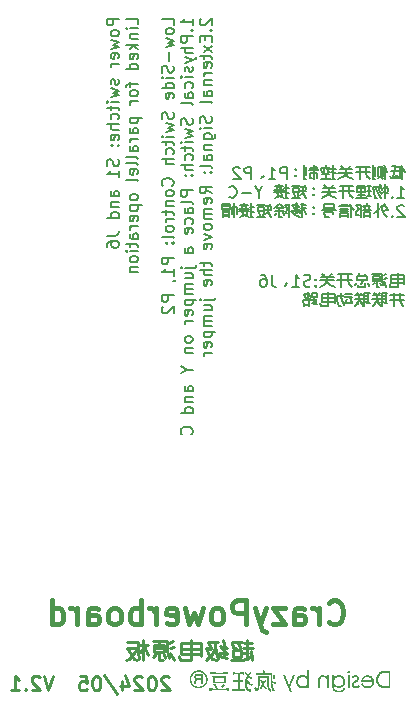
<source format=gbr>
%TF.GenerationSoftware,KiCad,Pcbnew,8.0.1*%
%TF.CreationDate,2024-06-02T10:18:44+08:00*%
%TF.ProjectId,CrazyPowerboard,4372617a-7950-46f7-9765-72626f617264,rev?*%
%TF.SameCoordinates,Original*%
%TF.FileFunction,Legend,Bot*%
%TF.FilePolarity,Positive*%
%FSLAX46Y46*%
G04 Gerber Fmt 4.6, Leading zero omitted, Abs format (unit mm)*
G04 Created by KiCad (PCBNEW 8.0.1) date 2024-06-02 10:18:44*
%MOMM*%
%LPD*%
G01*
G04 APERTURE LIST*
%ADD10C,0.240000*%
%ADD11C,0.400000*%
%ADD12C,0.150000*%
%ADD13C,0.200000*%
G04 APERTURE END LIST*
D10*
X105127820Y-82875377D02*
X104413534Y-82875377D01*
X105199248Y-83232520D02*
X104342106Y-83232520D01*
X103770677Y-83303948D02*
X103484963Y-83303948D01*
X104770677Y-83661091D02*
X104342106Y-83661091D01*
X104199248Y-84018234D02*
X103484963Y-84018234D01*
X104199248Y-83446805D02*
X104199248Y-84018234D01*
X104199248Y-83446805D02*
X103484963Y-83446805D01*
X103484963Y-83446805D02*
X103484963Y-84018234D01*
X105056391Y-83518234D02*
X105127820Y-84303948D01*
X104270677Y-82732520D02*
X103413534Y-82732520D01*
X103413534Y-82732520D02*
X103484963Y-83232520D01*
X103913534Y-82732520D02*
X103984963Y-83089662D01*
X103984963Y-83089662D02*
X104199248Y-83303948D01*
X105127820Y-83875377D02*
X104699248Y-84232520D01*
X104699248Y-84232520D02*
X104199248Y-84303948D01*
X104199248Y-84303948D02*
X103342106Y-84303948D01*
X104699248Y-82589662D02*
X104699248Y-84232520D01*
X101699248Y-83803948D02*
X101199248Y-84303948D01*
X102413534Y-83089662D02*
X102556391Y-83303948D01*
X102556391Y-83303948D02*
X102984962Y-83732520D01*
X101984962Y-82732520D02*
X101984962Y-83303948D01*
X101984962Y-83303948D02*
X101627820Y-83946805D01*
X102627820Y-82589662D02*
X102842105Y-83232520D01*
X101627820Y-83375377D02*
X101199248Y-83303948D01*
X101199248Y-83303948D02*
X101484962Y-83875377D01*
X101484962Y-83875377D02*
X101770677Y-84161091D01*
X101770677Y-84161091D02*
X102127820Y-84303948D01*
X102056391Y-83446805D02*
X102270677Y-84232520D01*
X102199248Y-82732520D02*
X101413534Y-82732520D01*
X101413534Y-82732520D02*
X101627820Y-83303948D01*
X102342105Y-83661091D02*
X102984962Y-83732520D01*
X102342105Y-83946805D02*
X102984962Y-84089662D01*
X102484962Y-83232520D02*
X102984962Y-83303948D01*
X101984962Y-83089662D02*
X102127820Y-84018234D01*
X100770676Y-83375377D02*
X99127819Y-83375377D01*
X100770676Y-83803948D02*
X99127819Y-83803948D01*
X99913534Y-84303948D02*
X98984962Y-84303948D01*
X100770676Y-82875377D02*
X100770676Y-83946805D01*
X99913534Y-82589662D02*
X99913534Y-84303948D01*
X100770676Y-82875377D02*
X99127819Y-82875377D01*
X99127819Y-82875377D02*
X99127819Y-83803948D01*
X98913534Y-83946805D02*
X98984962Y-84303948D01*
X97913533Y-82661091D02*
X96699248Y-82661091D01*
X97699248Y-83303948D02*
X96842105Y-83303948D01*
X97699248Y-83589662D02*
X96842105Y-83589662D01*
X97556390Y-84303948D02*
X97270676Y-84303948D01*
X97699248Y-83018234D02*
X97699248Y-83589662D01*
X97270676Y-82732520D02*
X97342105Y-83018234D01*
X97270676Y-83589662D02*
X97270676Y-84303948D01*
X97699248Y-83018234D02*
X96842105Y-83018234D01*
X96842105Y-83018234D02*
X96842105Y-83589662D01*
X96984962Y-83803948D02*
X96770676Y-84018234D01*
X97627819Y-83803948D02*
X97770676Y-84089662D01*
X98413533Y-82661091D02*
X98127819Y-82803948D01*
X98556390Y-83161091D02*
X98199248Y-83303948D01*
X98199248Y-83661091D02*
X98484962Y-84303948D01*
X97913533Y-82661091D02*
X97913533Y-83518234D01*
X97913533Y-83518234D02*
X98056390Y-84089662D01*
X95484962Y-82732520D02*
X94556390Y-82732520D01*
X96270676Y-83018234D02*
X95627819Y-83018234D01*
X95913533Y-82589662D02*
X95913533Y-84303948D01*
X95913533Y-83303948D02*
X95627819Y-83589662D01*
X95342104Y-83232520D02*
X95056390Y-83875377D01*
X95056390Y-83875377D02*
X94699247Y-84161091D01*
X94699247Y-84161091D02*
X94484962Y-84303948D01*
X95984962Y-83089662D02*
X96342104Y-83875377D01*
X95484962Y-83232520D02*
X94556390Y-83232520D01*
X94556390Y-83232520D02*
X94842104Y-83803948D01*
X94842104Y-83803948D02*
X95127819Y-84161091D01*
X95127819Y-84161091D02*
X95413533Y-84303948D01*
X95484962Y-82732520D02*
X95484962Y-83589662D01*
X95484962Y-83589662D02*
X95556390Y-84161091D01*
X98113534Y-85754948D02*
X98056391Y-85697805D01*
X98056391Y-85697805D02*
X97942106Y-85640662D01*
X97942106Y-85640662D02*
X97656391Y-85640662D01*
X97656391Y-85640662D02*
X97542106Y-85697805D01*
X97542106Y-85697805D02*
X97484963Y-85754948D01*
X97484963Y-85754948D02*
X97427820Y-85869234D01*
X97427820Y-85869234D02*
X97427820Y-85983520D01*
X97427820Y-85983520D02*
X97484963Y-86154948D01*
X97484963Y-86154948D02*
X98170677Y-86840662D01*
X98170677Y-86840662D02*
X97427820Y-86840662D01*
X96684963Y-85640662D02*
X96570677Y-85640662D01*
X96570677Y-85640662D02*
X96456391Y-85697805D01*
X96456391Y-85697805D02*
X96399249Y-85754948D01*
X96399249Y-85754948D02*
X96342106Y-85869234D01*
X96342106Y-85869234D02*
X96284963Y-86097805D01*
X96284963Y-86097805D02*
X96284963Y-86383520D01*
X96284963Y-86383520D02*
X96342106Y-86612091D01*
X96342106Y-86612091D02*
X96399249Y-86726377D01*
X96399249Y-86726377D02*
X96456391Y-86783520D01*
X96456391Y-86783520D02*
X96570677Y-86840662D01*
X96570677Y-86840662D02*
X96684963Y-86840662D01*
X96684963Y-86840662D02*
X96799249Y-86783520D01*
X96799249Y-86783520D02*
X96856391Y-86726377D01*
X96856391Y-86726377D02*
X96913534Y-86612091D01*
X96913534Y-86612091D02*
X96970677Y-86383520D01*
X96970677Y-86383520D02*
X96970677Y-86097805D01*
X96970677Y-86097805D02*
X96913534Y-85869234D01*
X96913534Y-85869234D02*
X96856391Y-85754948D01*
X96856391Y-85754948D02*
X96799249Y-85697805D01*
X96799249Y-85697805D02*
X96684963Y-85640662D01*
X95827820Y-85754948D02*
X95770677Y-85697805D01*
X95770677Y-85697805D02*
X95656392Y-85640662D01*
X95656392Y-85640662D02*
X95370677Y-85640662D01*
X95370677Y-85640662D02*
X95256392Y-85697805D01*
X95256392Y-85697805D02*
X95199249Y-85754948D01*
X95199249Y-85754948D02*
X95142106Y-85869234D01*
X95142106Y-85869234D02*
X95142106Y-85983520D01*
X95142106Y-85983520D02*
X95199249Y-86154948D01*
X95199249Y-86154948D02*
X95884963Y-86840662D01*
X95884963Y-86840662D02*
X95142106Y-86840662D01*
X94113535Y-86040662D02*
X94113535Y-86840662D01*
X94399249Y-85583520D02*
X94684963Y-86440662D01*
X94684963Y-86440662D02*
X93942106Y-86440662D01*
X92627820Y-85583520D02*
X93656392Y-87126377D01*
X91999249Y-85640662D02*
X91884963Y-85640662D01*
X91884963Y-85640662D02*
X91770677Y-85697805D01*
X91770677Y-85697805D02*
X91713535Y-85754948D01*
X91713535Y-85754948D02*
X91656392Y-85869234D01*
X91656392Y-85869234D02*
X91599249Y-86097805D01*
X91599249Y-86097805D02*
X91599249Y-86383520D01*
X91599249Y-86383520D02*
X91656392Y-86612091D01*
X91656392Y-86612091D02*
X91713535Y-86726377D01*
X91713535Y-86726377D02*
X91770677Y-86783520D01*
X91770677Y-86783520D02*
X91884963Y-86840662D01*
X91884963Y-86840662D02*
X91999249Y-86840662D01*
X91999249Y-86840662D02*
X92113535Y-86783520D01*
X92113535Y-86783520D02*
X92170677Y-86726377D01*
X92170677Y-86726377D02*
X92227820Y-86612091D01*
X92227820Y-86612091D02*
X92284963Y-86383520D01*
X92284963Y-86383520D02*
X92284963Y-86097805D01*
X92284963Y-86097805D02*
X92227820Y-85869234D01*
X92227820Y-85869234D02*
X92170677Y-85754948D01*
X92170677Y-85754948D02*
X92113535Y-85697805D01*
X92113535Y-85697805D02*
X91999249Y-85640662D01*
X90513535Y-85640662D02*
X91084963Y-85640662D01*
X91084963Y-85640662D02*
X91142106Y-86212091D01*
X91142106Y-86212091D02*
X91084963Y-86154948D01*
X91084963Y-86154948D02*
X90970678Y-86097805D01*
X90970678Y-86097805D02*
X90684963Y-86097805D01*
X90684963Y-86097805D02*
X90570678Y-86154948D01*
X90570678Y-86154948D02*
X90513535Y-86212091D01*
X90513535Y-86212091D02*
X90456392Y-86326377D01*
X90456392Y-86326377D02*
X90456392Y-86612091D01*
X90456392Y-86612091D02*
X90513535Y-86726377D01*
X90513535Y-86726377D02*
X90570678Y-86783520D01*
X90570678Y-86783520D02*
X90684963Y-86840662D01*
X90684963Y-86840662D02*
X90970678Y-86840662D01*
X90970678Y-86840662D02*
X91084963Y-86783520D01*
X91084963Y-86783520D02*
X91142106Y-86726377D01*
X88284963Y-85640662D02*
X87884963Y-86840662D01*
X87884963Y-86840662D02*
X87484963Y-85640662D01*
X87142106Y-85754948D02*
X87084963Y-85697805D01*
X87084963Y-85697805D02*
X86970678Y-85640662D01*
X86970678Y-85640662D02*
X86684963Y-85640662D01*
X86684963Y-85640662D02*
X86570678Y-85697805D01*
X86570678Y-85697805D02*
X86513535Y-85754948D01*
X86513535Y-85754948D02*
X86456392Y-85869234D01*
X86456392Y-85869234D02*
X86456392Y-85983520D01*
X86456392Y-85983520D02*
X86513535Y-86154948D01*
X86513535Y-86154948D02*
X87199249Y-86840662D01*
X87199249Y-86840662D02*
X86456392Y-86840662D01*
X85942106Y-86726377D02*
X85884963Y-86783520D01*
X85884963Y-86783520D02*
X85942106Y-86840662D01*
X85942106Y-86840662D02*
X85999249Y-86783520D01*
X85999249Y-86783520D02*
X85942106Y-86726377D01*
X85942106Y-86726377D02*
X85942106Y-86840662D01*
X84742106Y-86840662D02*
X85427820Y-86840662D01*
X85084963Y-86840662D02*
X85084963Y-85640662D01*
X85084963Y-85640662D02*
X85199249Y-85812091D01*
X85199249Y-85812091D02*
X85313534Y-85926377D01*
X85313534Y-85926377D02*
X85427820Y-85983520D01*
D11*
X111617795Y-81043961D02*
X111713033Y-81139200D01*
X111713033Y-81139200D02*
X111998747Y-81234438D01*
X111998747Y-81234438D02*
X112189223Y-81234438D01*
X112189223Y-81234438D02*
X112474938Y-81139200D01*
X112474938Y-81139200D02*
X112665414Y-80948723D01*
X112665414Y-80948723D02*
X112760652Y-80758247D01*
X112760652Y-80758247D02*
X112855890Y-80377295D01*
X112855890Y-80377295D02*
X112855890Y-80091580D01*
X112855890Y-80091580D02*
X112760652Y-79710628D01*
X112760652Y-79710628D02*
X112665414Y-79520152D01*
X112665414Y-79520152D02*
X112474938Y-79329676D01*
X112474938Y-79329676D02*
X112189223Y-79234438D01*
X112189223Y-79234438D02*
X111998747Y-79234438D01*
X111998747Y-79234438D02*
X111713033Y-79329676D01*
X111713033Y-79329676D02*
X111617795Y-79424914D01*
X110760652Y-81234438D02*
X110760652Y-79901104D01*
X110760652Y-80282057D02*
X110665414Y-80091580D01*
X110665414Y-80091580D02*
X110570176Y-79996342D01*
X110570176Y-79996342D02*
X110379700Y-79901104D01*
X110379700Y-79901104D02*
X110189223Y-79901104D01*
X108665414Y-81234438D02*
X108665414Y-80186819D01*
X108665414Y-80186819D02*
X108760652Y-79996342D01*
X108760652Y-79996342D02*
X108951128Y-79901104D01*
X108951128Y-79901104D02*
X109332081Y-79901104D01*
X109332081Y-79901104D02*
X109522557Y-79996342D01*
X108665414Y-81139200D02*
X108855890Y-81234438D01*
X108855890Y-81234438D02*
X109332081Y-81234438D01*
X109332081Y-81234438D02*
X109522557Y-81139200D01*
X109522557Y-81139200D02*
X109617795Y-80948723D01*
X109617795Y-80948723D02*
X109617795Y-80758247D01*
X109617795Y-80758247D02*
X109522557Y-80567771D01*
X109522557Y-80567771D02*
X109332081Y-80472533D01*
X109332081Y-80472533D02*
X108855890Y-80472533D01*
X108855890Y-80472533D02*
X108665414Y-80377295D01*
X107903509Y-79901104D02*
X106855890Y-79901104D01*
X106855890Y-79901104D02*
X107903509Y-81234438D01*
X107903509Y-81234438D02*
X106855890Y-81234438D01*
X106284461Y-79901104D02*
X105808271Y-81234438D01*
X105332080Y-79901104D02*
X105808271Y-81234438D01*
X105808271Y-81234438D02*
X105998747Y-81710628D01*
X105998747Y-81710628D02*
X106093985Y-81805866D01*
X106093985Y-81805866D02*
X106284461Y-81901104D01*
X104570175Y-81234438D02*
X104570175Y-79234438D01*
X104570175Y-79234438D02*
X103808270Y-79234438D01*
X103808270Y-79234438D02*
X103617794Y-79329676D01*
X103617794Y-79329676D02*
X103522556Y-79424914D01*
X103522556Y-79424914D02*
X103427318Y-79615390D01*
X103427318Y-79615390D02*
X103427318Y-79901104D01*
X103427318Y-79901104D02*
X103522556Y-80091580D01*
X103522556Y-80091580D02*
X103617794Y-80186819D01*
X103617794Y-80186819D02*
X103808270Y-80282057D01*
X103808270Y-80282057D02*
X104570175Y-80282057D01*
X102284461Y-81234438D02*
X102474937Y-81139200D01*
X102474937Y-81139200D02*
X102570175Y-81043961D01*
X102570175Y-81043961D02*
X102665413Y-80853485D01*
X102665413Y-80853485D02*
X102665413Y-80282057D01*
X102665413Y-80282057D02*
X102570175Y-80091580D01*
X102570175Y-80091580D02*
X102474937Y-79996342D01*
X102474937Y-79996342D02*
X102284461Y-79901104D01*
X102284461Y-79901104D02*
X101998746Y-79901104D01*
X101998746Y-79901104D02*
X101808270Y-79996342D01*
X101808270Y-79996342D02*
X101713032Y-80091580D01*
X101713032Y-80091580D02*
X101617794Y-80282057D01*
X101617794Y-80282057D02*
X101617794Y-80853485D01*
X101617794Y-80853485D02*
X101713032Y-81043961D01*
X101713032Y-81043961D02*
X101808270Y-81139200D01*
X101808270Y-81139200D02*
X101998746Y-81234438D01*
X101998746Y-81234438D02*
X102284461Y-81234438D01*
X100951127Y-79901104D02*
X100570175Y-81234438D01*
X100570175Y-81234438D02*
X100189222Y-80282057D01*
X100189222Y-80282057D02*
X99808270Y-81234438D01*
X99808270Y-81234438D02*
X99427318Y-79901104D01*
X97903508Y-81139200D02*
X98093984Y-81234438D01*
X98093984Y-81234438D02*
X98474937Y-81234438D01*
X98474937Y-81234438D02*
X98665413Y-81139200D01*
X98665413Y-81139200D02*
X98760651Y-80948723D01*
X98760651Y-80948723D02*
X98760651Y-80186819D01*
X98760651Y-80186819D02*
X98665413Y-79996342D01*
X98665413Y-79996342D02*
X98474937Y-79901104D01*
X98474937Y-79901104D02*
X98093984Y-79901104D01*
X98093984Y-79901104D02*
X97903508Y-79996342D01*
X97903508Y-79996342D02*
X97808270Y-80186819D01*
X97808270Y-80186819D02*
X97808270Y-80377295D01*
X97808270Y-80377295D02*
X98760651Y-80567771D01*
X96951127Y-81234438D02*
X96951127Y-79901104D01*
X96951127Y-80282057D02*
X96855889Y-80091580D01*
X96855889Y-80091580D02*
X96760651Y-79996342D01*
X96760651Y-79996342D02*
X96570175Y-79901104D01*
X96570175Y-79901104D02*
X96379698Y-79901104D01*
X95713032Y-81234438D02*
X95713032Y-79234438D01*
X95713032Y-79996342D02*
X95522556Y-79901104D01*
X95522556Y-79901104D02*
X95141603Y-79901104D01*
X95141603Y-79901104D02*
X94951127Y-79996342D01*
X94951127Y-79996342D02*
X94855889Y-80091580D01*
X94855889Y-80091580D02*
X94760651Y-80282057D01*
X94760651Y-80282057D02*
X94760651Y-80853485D01*
X94760651Y-80853485D02*
X94855889Y-81043961D01*
X94855889Y-81043961D02*
X94951127Y-81139200D01*
X94951127Y-81139200D02*
X95141603Y-81234438D01*
X95141603Y-81234438D02*
X95522556Y-81234438D01*
X95522556Y-81234438D02*
X95713032Y-81139200D01*
X93617794Y-81234438D02*
X93808270Y-81139200D01*
X93808270Y-81139200D02*
X93903508Y-81043961D01*
X93903508Y-81043961D02*
X93998746Y-80853485D01*
X93998746Y-80853485D02*
X93998746Y-80282057D01*
X93998746Y-80282057D02*
X93903508Y-80091580D01*
X93903508Y-80091580D02*
X93808270Y-79996342D01*
X93808270Y-79996342D02*
X93617794Y-79901104D01*
X93617794Y-79901104D02*
X93332079Y-79901104D01*
X93332079Y-79901104D02*
X93141603Y-79996342D01*
X93141603Y-79996342D02*
X93046365Y-80091580D01*
X93046365Y-80091580D02*
X92951127Y-80282057D01*
X92951127Y-80282057D02*
X92951127Y-80853485D01*
X92951127Y-80853485D02*
X93046365Y-81043961D01*
X93046365Y-81043961D02*
X93141603Y-81139200D01*
X93141603Y-81139200D02*
X93332079Y-81234438D01*
X93332079Y-81234438D02*
X93617794Y-81234438D01*
X91236841Y-81234438D02*
X91236841Y-80186819D01*
X91236841Y-80186819D02*
X91332079Y-79996342D01*
X91332079Y-79996342D02*
X91522555Y-79901104D01*
X91522555Y-79901104D02*
X91903508Y-79901104D01*
X91903508Y-79901104D02*
X92093984Y-79996342D01*
X91236841Y-81139200D02*
X91427317Y-81234438D01*
X91427317Y-81234438D02*
X91903508Y-81234438D01*
X91903508Y-81234438D02*
X92093984Y-81139200D01*
X92093984Y-81139200D02*
X92189222Y-80948723D01*
X92189222Y-80948723D02*
X92189222Y-80758247D01*
X92189222Y-80758247D02*
X92093984Y-80567771D01*
X92093984Y-80567771D02*
X91903508Y-80472533D01*
X91903508Y-80472533D02*
X91427317Y-80472533D01*
X91427317Y-80472533D02*
X91236841Y-80377295D01*
X90284460Y-81234438D02*
X90284460Y-79901104D01*
X90284460Y-80282057D02*
X90189222Y-80091580D01*
X90189222Y-80091580D02*
X90093984Y-79996342D01*
X90093984Y-79996342D02*
X89903508Y-79901104D01*
X89903508Y-79901104D02*
X89713031Y-79901104D01*
X88189222Y-81234438D02*
X88189222Y-79234438D01*
X88189222Y-81139200D02*
X88379698Y-81234438D01*
X88379698Y-81234438D02*
X88760651Y-81234438D01*
X88760651Y-81234438D02*
X88951127Y-81139200D01*
X88951127Y-81139200D02*
X89046365Y-81043961D01*
X89046365Y-81043961D02*
X89141603Y-80853485D01*
X89141603Y-80853485D02*
X89141603Y-80282057D01*
X89141603Y-80282057D02*
X89046365Y-80091580D01*
X89046365Y-80091580D02*
X88951127Y-79996342D01*
X88951127Y-79996342D02*
X88760651Y-79901104D01*
X88760651Y-79901104D02*
X88379698Y-79901104D01*
X88379698Y-79901104D02*
X88189222Y-79996342D01*
D12*
X93834875Y-29986779D02*
X92834875Y-29986779D01*
X92834875Y-29986779D02*
X92834875Y-30367731D01*
X92834875Y-30367731D02*
X92882494Y-30462969D01*
X92882494Y-30462969D02*
X92930113Y-30510588D01*
X92930113Y-30510588D02*
X93025351Y-30558207D01*
X93025351Y-30558207D02*
X93168208Y-30558207D01*
X93168208Y-30558207D02*
X93263446Y-30510588D01*
X93263446Y-30510588D02*
X93311065Y-30462969D01*
X93311065Y-30462969D02*
X93358684Y-30367731D01*
X93358684Y-30367731D02*
X93358684Y-29986779D01*
X93834875Y-31129636D02*
X93787256Y-31034398D01*
X93787256Y-31034398D02*
X93739636Y-30986779D01*
X93739636Y-30986779D02*
X93644398Y-30939160D01*
X93644398Y-30939160D02*
X93358684Y-30939160D01*
X93358684Y-30939160D02*
X93263446Y-30986779D01*
X93263446Y-30986779D02*
X93215827Y-31034398D01*
X93215827Y-31034398D02*
X93168208Y-31129636D01*
X93168208Y-31129636D02*
X93168208Y-31272493D01*
X93168208Y-31272493D02*
X93215827Y-31367731D01*
X93215827Y-31367731D02*
X93263446Y-31415350D01*
X93263446Y-31415350D02*
X93358684Y-31462969D01*
X93358684Y-31462969D02*
X93644398Y-31462969D01*
X93644398Y-31462969D02*
X93739636Y-31415350D01*
X93739636Y-31415350D02*
X93787256Y-31367731D01*
X93787256Y-31367731D02*
X93834875Y-31272493D01*
X93834875Y-31272493D02*
X93834875Y-31129636D01*
X93168208Y-31796303D02*
X93834875Y-31986779D01*
X93834875Y-31986779D02*
X93358684Y-32177255D01*
X93358684Y-32177255D02*
X93834875Y-32367731D01*
X93834875Y-32367731D02*
X93168208Y-32558207D01*
X93787256Y-33320112D02*
X93834875Y-33224874D01*
X93834875Y-33224874D02*
X93834875Y-33034398D01*
X93834875Y-33034398D02*
X93787256Y-32939160D01*
X93787256Y-32939160D02*
X93692017Y-32891541D01*
X93692017Y-32891541D02*
X93311065Y-32891541D01*
X93311065Y-32891541D02*
X93215827Y-32939160D01*
X93215827Y-32939160D02*
X93168208Y-33034398D01*
X93168208Y-33034398D02*
X93168208Y-33224874D01*
X93168208Y-33224874D02*
X93215827Y-33320112D01*
X93215827Y-33320112D02*
X93311065Y-33367731D01*
X93311065Y-33367731D02*
X93406303Y-33367731D01*
X93406303Y-33367731D02*
X93501541Y-32891541D01*
X93834875Y-33796303D02*
X93168208Y-33796303D01*
X93358684Y-33796303D02*
X93263446Y-33843922D01*
X93263446Y-33843922D02*
X93215827Y-33891541D01*
X93215827Y-33891541D02*
X93168208Y-33986779D01*
X93168208Y-33986779D02*
X93168208Y-34082017D01*
X93787256Y-35129637D02*
X93834875Y-35224875D01*
X93834875Y-35224875D02*
X93834875Y-35415351D01*
X93834875Y-35415351D02*
X93787256Y-35510589D01*
X93787256Y-35510589D02*
X93692017Y-35558208D01*
X93692017Y-35558208D02*
X93644398Y-35558208D01*
X93644398Y-35558208D02*
X93549160Y-35510589D01*
X93549160Y-35510589D02*
X93501541Y-35415351D01*
X93501541Y-35415351D02*
X93501541Y-35272494D01*
X93501541Y-35272494D02*
X93453922Y-35177256D01*
X93453922Y-35177256D02*
X93358684Y-35129637D01*
X93358684Y-35129637D02*
X93311065Y-35129637D01*
X93311065Y-35129637D02*
X93215827Y-35177256D01*
X93215827Y-35177256D02*
X93168208Y-35272494D01*
X93168208Y-35272494D02*
X93168208Y-35415351D01*
X93168208Y-35415351D02*
X93215827Y-35510589D01*
X93168208Y-35891542D02*
X93834875Y-36082018D01*
X93834875Y-36082018D02*
X93358684Y-36272494D01*
X93358684Y-36272494D02*
X93834875Y-36462970D01*
X93834875Y-36462970D02*
X93168208Y-36653446D01*
X93834875Y-37034399D02*
X93168208Y-37034399D01*
X92834875Y-37034399D02*
X92882494Y-36986780D01*
X92882494Y-36986780D02*
X92930113Y-37034399D01*
X92930113Y-37034399D02*
X92882494Y-37082018D01*
X92882494Y-37082018D02*
X92834875Y-37034399D01*
X92834875Y-37034399D02*
X92930113Y-37034399D01*
X93168208Y-37367732D02*
X93168208Y-37748684D01*
X92834875Y-37510589D02*
X93692017Y-37510589D01*
X93692017Y-37510589D02*
X93787256Y-37558208D01*
X93787256Y-37558208D02*
X93834875Y-37653446D01*
X93834875Y-37653446D02*
X93834875Y-37748684D01*
X93787256Y-38510589D02*
X93834875Y-38415351D01*
X93834875Y-38415351D02*
X93834875Y-38224875D01*
X93834875Y-38224875D02*
X93787256Y-38129637D01*
X93787256Y-38129637D02*
X93739636Y-38082018D01*
X93739636Y-38082018D02*
X93644398Y-38034399D01*
X93644398Y-38034399D02*
X93358684Y-38034399D01*
X93358684Y-38034399D02*
X93263446Y-38082018D01*
X93263446Y-38082018D02*
X93215827Y-38129637D01*
X93215827Y-38129637D02*
X93168208Y-38224875D01*
X93168208Y-38224875D02*
X93168208Y-38415351D01*
X93168208Y-38415351D02*
X93215827Y-38510589D01*
X93834875Y-38939161D02*
X92834875Y-38939161D01*
X93834875Y-39367732D02*
X93311065Y-39367732D01*
X93311065Y-39367732D02*
X93215827Y-39320113D01*
X93215827Y-39320113D02*
X93168208Y-39224875D01*
X93168208Y-39224875D02*
X93168208Y-39082018D01*
X93168208Y-39082018D02*
X93215827Y-38986780D01*
X93215827Y-38986780D02*
X93263446Y-38939161D01*
X93787256Y-40224875D02*
X93834875Y-40129637D01*
X93834875Y-40129637D02*
X93834875Y-39939161D01*
X93834875Y-39939161D02*
X93787256Y-39843923D01*
X93787256Y-39843923D02*
X93692017Y-39796304D01*
X93692017Y-39796304D02*
X93311065Y-39796304D01*
X93311065Y-39796304D02*
X93215827Y-39843923D01*
X93215827Y-39843923D02*
X93168208Y-39939161D01*
X93168208Y-39939161D02*
X93168208Y-40129637D01*
X93168208Y-40129637D02*
X93215827Y-40224875D01*
X93215827Y-40224875D02*
X93311065Y-40272494D01*
X93311065Y-40272494D02*
X93406303Y-40272494D01*
X93406303Y-40272494D02*
X93501541Y-39796304D01*
X93739636Y-40701066D02*
X93787256Y-40748685D01*
X93787256Y-40748685D02*
X93834875Y-40701066D01*
X93834875Y-40701066D02*
X93787256Y-40653447D01*
X93787256Y-40653447D02*
X93739636Y-40701066D01*
X93739636Y-40701066D02*
X93834875Y-40701066D01*
X93215827Y-40701066D02*
X93263446Y-40748685D01*
X93263446Y-40748685D02*
X93311065Y-40701066D01*
X93311065Y-40701066D02*
X93263446Y-40653447D01*
X93263446Y-40653447D02*
X93215827Y-40701066D01*
X93215827Y-40701066D02*
X93311065Y-40701066D01*
X93787256Y-41891542D02*
X93834875Y-42034399D01*
X93834875Y-42034399D02*
X93834875Y-42272494D01*
X93834875Y-42272494D02*
X93787256Y-42367732D01*
X93787256Y-42367732D02*
X93739636Y-42415351D01*
X93739636Y-42415351D02*
X93644398Y-42462970D01*
X93644398Y-42462970D02*
X93549160Y-42462970D01*
X93549160Y-42462970D02*
X93453922Y-42415351D01*
X93453922Y-42415351D02*
X93406303Y-42367732D01*
X93406303Y-42367732D02*
X93358684Y-42272494D01*
X93358684Y-42272494D02*
X93311065Y-42082018D01*
X93311065Y-42082018D02*
X93263446Y-41986780D01*
X93263446Y-41986780D02*
X93215827Y-41939161D01*
X93215827Y-41939161D02*
X93120589Y-41891542D01*
X93120589Y-41891542D02*
X93025351Y-41891542D01*
X93025351Y-41891542D02*
X92930113Y-41939161D01*
X92930113Y-41939161D02*
X92882494Y-41986780D01*
X92882494Y-41986780D02*
X92834875Y-42082018D01*
X92834875Y-42082018D02*
X92834875Y-42320113D01*
X92834875Y-42320113D02*
X92882494Y-42462970D01*
X93834875Y-43415351D02*
X93834875Y-42843923D01*
X93834875Y-43129637D02*
X92834875Y-43129637D01*
X92834875Y-43129637D02*
X92977732Y-43034399D01*
X92977732Y-43034399D02*
X93072970Y-42939161D01*
X93072970Y-42939161D02*
X93120589Y-42843923D01*
X93834875Y-45034399D02*
X93311065Y-45034399D01*
X93311065Y-45034399D02*
X93215827Y-44986780D01*
X93215827Y-44986780D02*
X93168208Y-44891542D01*
X93168208Y-44891542D02*
X93168208Y-44701066D01*
X93168208Y-44701066D02*
X93215827Y-44605828D01*
X93787256Y-45034399D02*
X93834875Y-44939161D01*
X93834875Y-44939161D02*
X93834875Y-44701066D01*
X93834875Y-44701066D02*
X93787256Y-44605828D01*
X93787256Y-44605828D02*
X93692017Y-44558209D01*
X93692017Y-44558209D02*
X93596779Y-44558209D01*
X93596779Y-44558209D02*
X93501541Y-44605828D01*
X93501541Y-44605828D02*
X93453922Y-44701066D01*
X93453922Y-44701066D02*
X93453922Y-44939161D01*
X93453922Y-44939161D02*
X93406303Y-45034399D01*
X93168208Y-45510590D02*
X93834875Y-45510590D01*
X93263446Y-45510590D02*
X93215827Y-45558209D01*
X93215827Y-45558209D02*
X93168208Y-45653447D01*
X93168208Y-45653447D02*
X93168208Y-45796304D01*
X93168208Y-45796304D02*
X93215827Y-45891542D01*
X93215827Y-45891542D02*
X93311065Y-45939161D01*
X93311065Y-45939161D02*
X93834875Y-45939161D01*
X93834875Y-46843923D02*
X92834875Y-46843923D01*
X93787256Y-46843923D02*
X93834875Y-46748685D01*
X93834875Y-46748685D02*
X93834875Y-46558209D01*
X93834875Y-46558209D02*
X93787256Y-46462971D01*
X93787256Y-46462971D02*
X93739636Y-46415352D01*
X93739636Y-46415352D02*
X93644398Y-46367733D01*
X93644398Y-46367733D02*
X93358684Y-46367733D01*
X93358684Y-46367733D02*
X93263446Y-46415352D01*
X93263446Y-46415352D02*
X93215827Y-46462971D01*
X93215827Y-46462971D02*
X93168208Y-46558209D01*
X93168208Y-46558209D02*
X93168208Y-46748685D01*
X93168208Y-46748685D02*
X93215827Y-46843923D01*
X92834875Y-48367733D02*
X93549160Y-48367733D01*
X93549160Y-48367733D02*
X93692017Y-48320114D01*
X93692017Y-48320114D02*
X93787256Y-48224876D01*
X93787256Y-48224876D02*
X93834875Y-48082019D01*
X93834875Y-48082019D02*
X93834875Y-47986781D01*
X92834875Y-49272495D02*
X92834875Y-49082019D01*
X92834875Y-49082019D02*
X92882494Y-48986781D01*
X92882494Y-48986781D02*
X92930113Y-48939162D01*
X92930113Y-48939162D02*
X93072970Y-48843924D01*
X93072970Y-48843924D02*
X93263446Y-48796305D01*
X93263446Y-48796305D02*
X93644398Y-48796305D01*
X93644398Y-48796305D02*
X93739636Y-48843924D01*
X93739636Y-48843924D02*
X93787256Y-48891543D01*
X93787256Y-48891543D02*
X93834875Y-48986781D01*
X93834875Y-48986781D02*
X93834875Y-49177257D01*
X93834875Y-49177257D02*
X93787256Y-49272495D01*
X93787256Y-49272495D02*
X93739636Y-49320114D01*
X93739636Y-49320114D02*
X93644398Y-49367733D01*
X93644398Y-49367733D02*
X93406303Y-49367733D01*
X93406303Y-49367733D02*
X93311065Y-49320114D01*
X93311065Y-49320114D02*
X93263446Y-49272495D01*
X93263446Y-49272495D02*
X93215827Y-49177257D01*
X93215827Y-49177257D02*
X93215827Y-48986781D01*
X93215827Y-48986781D02*
X93263446Y-48891543D01*
X93263446Y-48891543D02*
X93311065Y-48843924D01*
X93311065Y-48843924D02*
X93406303Y-48796305D01*
X95444819Y-30462969D02*
X95444819Y-29986779D01*
X95444819Y-29986779D02*
X94444819Y-29986779D01*
X95444819Y-30796303D02*
X94778152Y-30796303D01*
X94444819Y-30796303D02*
X94492438Y-30748684D01*
X94492438Y-30748684D02*
X94540057Y-30796303D01*
X94540057Y-30796303D02*
X94492438Y-30843922D01*
X94492438Y-30843922D02*
X94444819Y-30796303D01*
X94444819Y-30796303D02*
X94540057Y-30796303D01*
X94778152Y-31272493D02*
X95444819Y-31272493D01*
X94873390Y-31272493D02*
X94825771Y-31320112D01*
X94825771Y-31320112D02*
X94778152Y-31415350D01*
X94778152Y-31415350D02*
X94778152Y-31558207D01*
X94778152Y-31558207D02*
X94825771Y-31653445D01*
X94825771Y-31653445D02*
X94921009Y-31701064D01*
X94921009Y-31701064D02*
X95444819Y-31701064D01*
X95444819Y-32177255D02*
X94444819Y-32177255D01*
X95063866Y-32272493D02*
X95444819Y-32558207D01*
X94778152Y-32558207D02*
X95159104Y-32177255D01*
X95397200Y-33367731D02*
X95444819Y-33272493D01*
X95444819Y-33272493D02*
X95444819Y-33082017D01*
X95444819Y-33082017D02*
X95397200Y-32986779D01*
X95397200Y-32986779D02*
X95301961Y-32939160D01*
X95301961Y-32939160D02*
X94921009Y-32939160D01*
X94921009Y-32939160D02*
X94825771Y-32986779D01*
X94825771Y-32986779D02*
X94778152Y-33082017D01*
X94778152Y-33082017D02*
X94778152Y-33272493D01*
X94778152Y-33272493D02*
X94825771Y-33367731D01*
X94825771Y-33367731D02*
X94921009Y-33415350D01*
X94921009Y-33415350D02*
X95016247Y-33415350D01*
X95016247Y-33415350D02*
X95111485Y-32939160D01*
X95444819Y-34272493D02*
X94444819Y-34272493D01*
X95397200Y-34272493D02*
X95444819Y-34177255D01*
X95444819Y-34177255D02*
X95444819Y-33986779D01*
X95444819Y-33986779D02*
X95397200Y-33891541D01*
X95397200Y-33891541D02*
X95349580Y-33843922D01*
X95349580Y-33843922D02*
X95254342Y-33796303D01*
X95254342Y-33796303D02*
X94968628Y-33796303D01*
X94968628Y-33796303D02*
X94873390Y-33843922D01*
X94873390Y-33843922D02*
X94825771Y-33891541D01*
X94825771Y-33891541D02*
X94778152Y-33986779D01*
X94778152Y-33986779D02*
X94778152Y-34177255D01*
X94778152Y-34177255D02*
X94825771Y-34272493D01*
X94778152Y-35367732D02*
X94778152Y-35748684D01*
X95444819Y-35510589D02*
X94587676Y-35510589D01*
X94587676Y-35510589D02*
X94492438Y-35558208D01*
X94492438Y-35558208D02*
X94444819Y-35653446D01*
X94444819Y-35653446D02*
X94444819Y-35748684D01*
X95444819Y-36224875D02*
X95397200Y-36129637D01*
X95397200Y-36129637D02*
X95349580Y-36082018D01*
X95349580Y-36082018D02*
X95254342Y-36034399D01*
X95254342Y-36034399D02*
X94968628Y-36034399D01*
X94968628Y-36034399D02*
X94873390Y-36082018D01*
X94873390Y-36082018D02*
X94825771Y-36129637D01*
X94825771Y-36129637D02*
X94778152Y-36224875D01*
X94778152Y-36224875D02*
X94778152Y-36367732D01*
X94778152Y-36367732D02*
X94825771Y-36462970D01*
X94825771Y-36462970D02*
X94873390Y-36510589D01*
X94873390Y-36510589D02*
X94968628Y-36558208D01*
X94968628Y-36558208D02*
X95254342Y-36558208D01*
X95254342Y-36558208D02*
X95349580Y-36510589D01*
X95349580Y-36510589D02*
X95397200Y-36462970D01*
X95397200Y-36462970D02*
X95444819Y-36367732D01*
X95444819Y-36367732D02*
X95444819Y-36224875D01*
X95444819Y-36986780D02*
X94778152Y-36986780D01*
X94968628Y-36986780D02*
X94873390Y-37034399D01*
X94873390Y-37034399D02*
X94825771Y-37082018D01*
X94825771Y-37082018D02*
X94778152Y-37177256D01*
X94778152Y-37177256D02*
X94778152Y-37272494D01*
X94778152Y-38367733D02*
X95778152Y-38367733D01*
X94825771Y-38367733D02*
X94778152Y-38462971D01*
X94778152Y-38462971D02*
X94778152Y-38653447D01*
X94778152Y-38653447D02*
X94825771Y-38748685D01*
X94825771Y-38748685D02*
X94873390Y-38796304D01*
X94873390Y-38796304D02*
X94968628Y-38843923D01*
X94968628Y-38843923D02*
X95254342Y-38843923D01*
X95254342Y-38843923D02*
X95349580Y-38796304D01*
X95349580Y-38796304D02*
X95397200Y-38748685D01*
X95397200Y-38748685D02*
X95444819Y-38653447D01*
X95444819Y-38653447D02*
X95444819Y-38462971D01*
X95444819Y-38462971D02*
X95397200Y-38367733D01*
X95444819Y-39701066D02*
X94921009Y-39701066D01*
X94921009Y-39701066D02*
X94825771Y-39653447D01*
X94825771Y-39653447D02*
X94778152Y-39558209D01*
X94778152Y-39558209D02*
X94778152Y-39367733D01*
X94778152Y-39367733D02*
X94825771Y-39272495D01*
X95397200Y-39701066D02*
X95444819Y-39605828D01*
X95444819Y-39605828D02*
X95444819Y-39367733D01*
X95444819Y-39367733D02*
X95397200Y-39272495D01*
X95397200Y-39272495D02*
X95301961Y-39224876D01*
X95301961Y-39224876D02*
X95206723Y-39224876D01*
X95206723Y-39224876D02*
X95111485Y-39272495D01*
X95111485Y-39272495D02*
X95063866Y-39367733D01*
X95063866Y-39367733D02*
X95063866Y-39605828D01*
X95063866Y-39605828D02*
X95016247Y-39701066D01*
X95444819Y-40177257D02*
X94778152Y-40177257D01*
X94968628Y-40177257D02*
X94873390Y-40224876D01*
X94873390Y-40224876D02*
X94825771Y-40272495D01*
X94825771Y-40272495D02*
X94778152Y-40367733D01*
X94778152Y-40367733D02*
X94778152Y-40462971D01*
X95444819Y-41224876D02*
X94921009Y-41224876D01*
X94921009Y-41224876D02*
X94825771Y-41177257D01*
X94825771Y-41177257D02*
X94778152Y-41082019D01*
X94778152Y-41082019D02*
X94778152Y-40891543D01*
X94778152Y-40891543D02*
X94825771Y-40796305D01*
X95397200Y-41224876D02*
X95444819Y-41129638D01*
X95444819Y-41129638D02*
X95444819Y-40891543D01*
X95444819Y-40891543D02*
X95397200Y-40796305D01*
X95397200Y-40796305D02*
X95301961Y-40748686D01*
X95301961Y-40748686D02*
X95206723Y-40748686D01*
X95206723Y-40748686D02*
X95111485Y-40796305D01*
X95111485Y-40796305D02*
X95063866Y-40891543D01*
X95063866Y-40891543D02*
X95063866Y-41129638D01*
X95063866Y-41129638D02*
X95016247Y-41224876D01*
X95444819Y-41843924D02*
X95397200Y-41748686D01*
X95397200Y-41748686D02*
X95301961Y-41701067D01*
X95301961Y-41701067D02*
X94444819Y-41701067D01*
X95444819Y-42367734D02*
X95397200Y-42272496D01*
X95397200Y-42272496D02*
X95301961Y-42224877D01*
X95301961Y-42224877D02*
X94444819Y-42224877D01*
X95397200Y-43129639D02*
X95444819Y-43034401D01*
X95444819Y-43034401D02*
X95444819Y-42843925D01*
X95444819Y-42843925D02*
X95397200Y-42748687D01*
X95397200Y-42748687D02*
X95301961Y-42701068D01*
X95301961Y-42701068D02*
X94921009Y-42701068D01*
X94921009Y-42701068D02*
X94825771Y-42748687D01*
X94825771Y-42748687D02*
X94778152Y-42843925D01*
X94778152Y-42843925D02*
X94778152Y-43034401D01*
X94778152Y-43034401D02*
X94825771Y-43129639D01*
X94825771Y-43129639D02*
X94921009Y-43177258D01*
X94921009Y-43177258D02*
X95016247Y-43177258D01*
X95016247Y-43177258D02*
X95111485Y-42701068D01*
X95444819Y-43748687D02*
X95397200Y-43653449D01*
X95397200Y-43653449D02*
X95301961Y-43605830D01*
X95301961Y-43605830D02*
X94444819Y-43605830D01*
X95444819Y-45034402D02*
X95397200Y-44939164D01*
X95397200Y-44939164D02*
X95349580Y-44891545D01*
X95349580Y-44891545D02*
X95254342Y-44843926D01*
X95254342Y-44843926D02*
X94968628Y-44843926D01*
X94968628Y-44843926D02*
X94873390Y-44891545D01*
X94873390Y-44891545D02*
X94825771Y-44939164D01*
X94825771Y-44939164D02*
X94778152Y-45034402D01*
X94778152Y-45034402D02*
X94778152Y-45177259D01*
X94778152Y-45177259D02*
X94825771Y-45272497D01*
X94825771Y-45272497D02*
X94873390Y-45320116D01*
X94873390Y-45320116D02*
X94968628Y-45367735D01*
X94968628Y-45367735D02*
X95254342Y-45367735D01*
X95254342Y-45367735D02*
X95349580Y-45320116D01*
X95349580Y-45320116D02*
X95397200Y-45272497D01*
X95397200Y-45272497D02*
X95444819Y-45177259D01*
X95444819Y-45177259D02*
X95444819Y-45034402D01*
X94778152Y-45796307D02*
X95778152Y-45796307D01*
X94825771Y-45796307D02*
X94778152Y-45891545D01*
X94778152Y-45891545D02*
X94778152Y-46082021D01*
X94778152Y-46082021D02*
X94825771Y-46177259D01*
X94825771Y-46177259D02*
X94873390Y-46224878D01*
X94873390Y-46224878D02*
X94968628Y-46272497D01*
X94968628Y-46272497D02*
X95254342Y-46272497D01*
X95254342Y-46272497D02*
X95349580Y-46224878D01*
X95349580Y-46224878D02*
X95397200Y-46177259D01*
X95397200Y-46177259D02*
X95444819Y-46082021D01*
X95444819Y-46082021D02*
X95444819Y-45891545D01*
X95444819Y-45891545D02*
X95397200Y-45796307D01*
X95397200Y-47082021D02*
X95444819Y-46986783D01*
X95444819Y-46986783D02*
X95444819Y-46796307D01*
X95444819Y-46796307D02*
X95397200Y-46701069D01*
X95397200Y-46701069D02*
X95301961Y-46653450D01*
X95301961Y-46653450D02*
X94921009Y-46653450D01*
X94921009Y-46653450D02*
X94825771Y-46701069D01*
X94825771Y-46701069D02*
X94778152Y-46796307D01*
X94778152Y-46796307D02*
X94778152Y-46986783D01*
X94778152Y-46986783D02*
X94825771Y-47082021D01*
X94825771Y-47082021D02*
X94921009Y-47129640D01*
X94921009Y-47129640D02*
X95016247Y-47129640D01*
X95016247Y-47129640D02*
X95111485Y-46653450D01*
X95444819Y-47558212D02*
X94778152Y-47558212D01*
X94968628Y-47558212D02*
X94873390Y-47605831D01*
X94873390Y-47605831D02*
X94825771Y-47653450D01*
X94825771Y-47653450D02*
X94778152Y-47748688D01*
X94778152Y-47748688D02*
X94778152Y-47843926D01*
X95444819Y-48605831D02*
X94921009Y-48605831D01*
X94921009Y-48605831D02*
X94825771Y-48558212D01*
X94825771Y-48558212D02*
X94778152Y-48462974D01*
X94778152Y-48462974D02*
X94778152Y-48272498D01*
X94778152Y-48272498D02*
X94825771Y-48177260D01*
X95397200Y-48605831D02*
X95444819Y-48510593D01*
X95444819Y-48510593D02*
X95444819Y-48272498D01*
X95444819Y-48272498D02*
X95397200Y-48177260D01*
X95397200Y-48177260D02*
X95301961Y-48129641D01*
X95301961Y-48129641D02*
X95206723Y-48129641D01*
X95206723Y-48129641D02*
X95111485Y-48177260D01*
X95111485Y-48177260D02*
X95063866Y-48272498D01*
X95063866Y-48272498D02*
X95063866Y-48510593D01*
X95063866Y-48510593D02*
X95016247Y-48605831D01*
X94778152Y-48939165D02*
X94778152Y-49320117D01*
X94444819Y-49082022D02*
X95301961Y-49082022D01*
X95301961Y-49082022D02*
X95397200Y-49129641D01*
X95397200Y-49129641D02*
X95444819Y-49224879D01*
X95444819Y-49224879D02*
X95444819Y-49320117D01*
X95444819Y-49653451D02*
X94778152Y-49653451D01*
X94444819Y-49653451D02*
X94492438Y-49605832D01*
X94492438Y-49605832D02*
X94540057Y-49653451D01*
X94540057Y-49653451D02*
X94492438Y-49701070D01*
X94492438Y-49701070D02*
X94444819Y-49653451D01*
X94444819Y-49653451D02*
X94540057Y-49653451D01*
X95444819Y-50272498D02*
X95397200Y-50177260D01*
X95397200Y-50177260D02*
X95349580Y-50129641D01*
X95349580Y-50129641D02*
X95254342Y-50082022D01*
X95254342Y-50082022D02*
X94968628Y-50082022D01*
X94968628Y-50082022D02*
X94873390Y-50129641D01*
X94873390Y-50129641D02*
X94825771Y-50177260D01*
X94825771Y-50177260D02*
X94778152Y-50272498D01*
X94778152Y-50272498D02*
X94778152Y-50415355D01*
X94778152Y-50415355D02*
X94825771Y-50510593D01*
X94825771Y-50510593D02*
X94873390Y-50558212D01*
X94873390Y-50558212D02*
X94968628Y-50605831D01*
X94968628Y-50605831D02*
X95254342Y-50605831D01*
X95254342Y-50605831D02*
X95349580Y-50558212D01*
X95349580Y-50558212D02*
X95397200Y-50510593D01*
X95397200Y-50510593D02*
X95444819Y-50415355D01*
X95444819Y-50415355D02*
X95444819Y-50272498D01*
X94778152Y-51034403D02*
X95444819Y-51034403D01*
X94873390Y-51034403D02*
X94825771Y-51082022D01*
X94825771Y-51082022D02*
X94778152Y-51177260D01*
X94778152Y-51177260D02*
X94778152Y-51320117D01*
X94778152Y-51320117D02*
X94825771Y-51415355D01*
X94825771Y-51415355D02*
X94921009Y-51462974D01*
X94921009Y-51462974D02*
X95444819Y-51462974D01*
D10*
G36*
X116842365Y-86630695D02*
G01*
X116377669Y-86630695D01*
X116359703Y-86630605D01*
X116290559Y-86628457D01*
X116210245Y-86621745D01*
X116136726Y-86610559D01*
X116070003Y-86594898D01*
X115998905Y-86570198D01*
X115937592Y-86539055D01*
X115900972Y-86514953D01*
X115842082Y-86467453D01*
X115789802Y-86413179D01*
X115744132Y-86352131D01*
X115705073Y-86284309D01*
X115685919Y-86243298D01*
X115658545Y-86169985D01*
X115638992Y-86094709D01*
X115627260Y-86017469D01*
X115623349Y-85938266D01*
X115623446Y-85931427D01*
X115792609Y-85931427D01*
X115793304Y-85965376D01*
X115799946Y-86038087D01*
X115813620Y-86105712D01*
X115837062Y-86174889D01*
X115842734Y-86187928D01*
X115875866Y-86249357D01*
X115916946Y-86304508D01*
X115965973Y-86353381D01*
X115976688Y-86362301D01*
X116033709Y-86401370D01*
X116096474Y-86431223D01*
X116164982Y-86451860D01*
X116230570Y-86463080D01*
X116301880Y-86470268D01*
X116373343Y-86474475D01*
X116454350Y-86476879D01*
X116529148Y-86477505D01*
X116678918Y-86477505D01*
X116678918Y-85361413D01*
X116592407Y-85361413D01*
X116519392Y-85362014D01*
X116439026Y-85364322D01*
X116366569Y-85368362D01*
X116292034Y-85375262D01*
X116220034Y-85386033D01*
X116188074Y-85392963D01*
X116119991Y-85414219D01*
X116057210Y-85443320D01*
X115993670Y-85484854D01*
X115970178Y-85503997D01*
X115917571Y-85557792D01*
X115877705Y-85613460D01*
X115844926Y-85675998D01*
X115829854Y-85713159D01*
X115809163Y-85782615D01*
X115796748Y-85855371D01*
X115792609Y-85931427D01*
X115623446Y-85931427D01*
X115623833Y-85904219D01*
X115628725Y-85827743D01*
X115638886Y-85755424D01*
X115654316Y-85687261D01*
X115678401Y-85614449D01*
X115708962Y-85547023D01*
X115745593Y-85484939D01*
X115788292Y-85428198D01*
X115837062Y-85376801D01*
X115891109Y-85331130D01*
X115949987Y-85291914D01*
X116013695Y-85259152D01*
X116082233Y-85232844D01*
X116091267Y-85229983D01*
X116163764Y-85212498D01*
X116238797Y-85201054D01*
X116310416Y-85194015D01*
X116390299Y-85189247D01*
X116460156Y-85187067D01*
X116535303Y-85186340D01*
X116842365Y-85186340D01*
X116842365Y-86630695D01*
G37*
G36*
X114961284Y-85559279D02*
G01*
X115029684Y-85569915D01*
X115106893Y-85593476D01*
X115178788Y-85628819D01*
X115245370Y-85675943D01*
X115296796Y-85724212D01*
X115342504Y-85778017D01*
X115380465Y-85834928D01*
X115415792Y-85907321D01*
X115439962Y-85984185D01*
X115451583Y-86051655D01*
X115455457Y-86122230D01*
X115454071Y-86164832D01*
X115442987Y-86246377D01*
X115420820Y-86323041D01*
X115387569Y-86394824D01*
X115343234Y-86461727D01*
X115297822Y-86513751D01*
X115257089Y-86551418D01*
X115191019Y-86598501D01*
X115118988Y-86634285D01*
X115040993Y-86658768D01*
X114971443Y-86670539D01*
X114897752Y-86674463D01*
X114876061Y-86674141D01*
X114803169Y-86667944D01*
X114734989Y-86653861D01*
X114662840Y-86628109D01*
X114596845Y-86592055D01*
X114558233Y-86564034D01*
X114506926Y-86517539D01*
X114458825Y-86462569D01*
X114413931Y-86399122D01*
X114378004Y-86337994D01*
X114515806Y-86267212D01*
X114533252Y-86297978D01*
X114581054Y-86366207D01*
X114634833Y-86422031D01*
X114694589Y-86465450D01*
X114760322Y-86496463D01*
X114832033Y-86515071D01*
X114909720Y-86521274D01*
X114982981Y-86514905D01*
X115050942Y-86495799D01*
X115113602Y-86463956D01*
X115170963Y-86419376D01*
X115177683Y-86412942D01*
X115224475Y-86356811D01*
X115258872Y-86292387D01*
X115280874Y-86219671D01*
X115289958Y-86149243D01*
X114348255Y-86149243D01*
X114349616Y-86115251D01*
X114358196Y-86034279D01*
X114366312Y-85996054D01*
X114529483Y-85996054D01*
X115270125Y-85996054D01*
X115251509Y-85943928D01*
X115221629Y-85882403D01*
X115176150Y-85818315D01*
X115121639Y-85768468D01*
X115058094Y-85732863D01*
X114985517Y-85711500D01*
X114903907Y-85704379D01*
X114862155Y-85706257D01*
X114790914Y-85719105D01*
X114724703Y-85744125D01*
X114663524Y-85781316D01*
X114632752Y-85806844D01*
X114586536Y-85860285D01*
X114552113Y-85923355D01*
X114529483Y-85996054D01*
X114366312Y-85996054D01*
X114374173Y-85959034D01*
X114397546Y-85889515D01*
X114428316Y-85825724D01*
X114466482Y-85767659D01*
X114512044Y-85715321D01*
X114552575Y-85678135D01*
X114617899Y-85631653D01*
X114688656Y-85596326D01*
X114764847Y-85572155D01*
X114832491Y-85560535D01*
X114903907Y-85556661D01*
X114961284Y-85559279D01*
G37*
G36*
X113573419Y-85694121D02*
G01*
X113677711Y-85802516D01*
X113734601Y-85755093D01*
X113795639Y-85717938D01*
X113865981Y-85695815D01*
X113890397Y-85694121D01*
X113959159Y-85709081D01*
X113992979Y-85732418D01*
X114029465Y-85790488D01*
X114034354Y-85827136D01*
X114014474Y-85894848D01*
X113988192Y-85925614D01*
X113928892Y-85969477D01*
X113865445Y-86007278D01*
X113823719Y-86029906D01*
X113761470Y-86065748D01*
X113702391Y-86107983D01*
X113649670Y-86157372D01*
X113641465Y-86166682D01*
X113602291Y-86227558D01*
X113581198Y-86297859D01*
X113577180Y-86349962D01*
X113584754Y-86423959D01*
X113607474Y-86490924D01*
X113645341Y-86550856D01*
X113672923Y-86581113D01*
X113730103Y-86626238D01*
X113794315Y-86656595D01*
X113865559Y-86672184D01*
X113908178Y-86674463D01*
X113978984Y-86668729D01*
X114045221Y-86651526D01*
X114116725Y-86616962D01*
X114173065Y-86574911D01*
X114224837Y-86521392D01*
X114233021Y-86511357D01*
X114130781Y-86397150D01*
X114077353Y-86451454D01*
X114016633Y-86494000D01*
X113948406Y-86518243D01*
X113913991Y-86521274D01*
X113844577Y-86508964D01*
X113786106Y-86472034D01*
X113744484Y-86414989D01*
X113732763Y-86356801D01*
X113748126Y-86289481D01*
X113781318Y-86246696D01*
X113836726Y-86204986D01*
X113898810Y-86168265D01*
X113946817Y-86143088D01*
X114008108Y-86108812D01*
X114065677Y-86068381D01*
X114116198Y-86021052D01*
X114123942Y-86012125D01*
X114160407Y-85951874D01*
X114179048Y-85885408D01*
X114183782Y-85823032D01*
X114175434Y-85753135D01*
X114146966Y-85684116D01*
X114103556Y-85628524D01*
X114098297Y-85623339D01*
X114039312Y-85579702D01*
X113969642Y-85552227D01*
X113897802Y-85541317D01*
X113871933Y-85540590D01*
X113800446Y-85550186D01*
X113736177Y-85574325D01*
X113670304Y-85613157D01*
X113612566Y-85658137D01*
X113573419Y-85694121D01*
G37*
G36*
X113311151Y-85166508D02*
G01*
X113243303Y-85185409D01*
X113221563Y-85203095D01*
X113187869Y-85263815D01*
X113184975Y-85292000D01*
X113203876Y-85358764D01*
X113221563Y-85380562D01*
X113281968Y-85413941D01*
X113310125Y-85416808D01*
X113377205Y-85397553D01*
X113399030Y-85379536D01*
X113432408Y-85318931D01*
X113435275Y-85291658D01*
X113414887Y-85223569D01*
X113399030Y-85204121D01*
X113338839Y-85169483D01*
X113311151Y-85166508D01*
G37*
G36*
X113228401Y-86652579D02*
G01*
X113391849Y-86652579D01*
X113391849Y-85579229D01*
X113228401Y-85579229D01*
X113228401Y-86652579D01*
G37*
G36*
X112510019Y-85541657D02*
G01*
X112590938Y-85552933D01*
X112667506Y-85575485D01*
X112739722Y-85609313D01*
X112807587Y-85654417D01*
X112860816Y-85700618D01*
X112890374Y-85731270D01*
X112940656Y-85796073D01*
X112979156Y-85865540D01*
X113005875Y-85939672D01*
X113020814Y-86018468D01*
X113024263Y-86087694D01*
X113023900Y-86114528D01*
X113015373Y-86192370D01*
X112995690Y-86266221D01*
X112964851Y-86336081D01*
X112922857Y-86401950D01*
X112869706Y-86463828D01*
X112839678Y-86492365D01*
X112775637Y-86541020D01*
X112706281Y-86578446D01*
X112631613Y-86604645D01*
X112551631Y-86619615D01*
X112480921Y-86623514D01*
X112466419Y-86623337D01*
X112394832Y-86617167D01*
X112324781Y-86602180D01*
X112256266Y-86578378D01*
X112242840Y-86572531D01*
X112179394Y-86538451D01*
X112122092Y-86496289D01*
X112070935Y-86446047D01*
X112070935Y-86455963D01*
X112071283Y-86485867D01*
X112075622Y-86558353D01*
X112086429Y-86627280D01*
X112110600Y-86698399D01*
X112137236Y-86740149D01*
X112186804Y-86788074D01*
X112246350Y-86824233D01*
X112252402Y-86827136D01*
X112322277Y-86852988D01*
X112391059Y-86866812D01*
X112464849Y-86871420D01*
X112544277Y-86866420D01*
X112616291Y-86851418D01*
X112680893Y-86826415D01*
X112748629Y-86783211D01*
X112805690Y-86725605D01*
X112845087Y-86666598D01*
X113018450Y-86666598D01*
X112999876Y-86709951D01*
X112956172Y-86788266D01*
X112903727Y-86855393D01*
X112842541Y-86911332D01*
X112772614Y-86956084D01*
X112693947Y-86989647D01*
X112606538Y-87012023D01*
X112535246Y-87021463D01*
X112459036Y-87024609D01*
X112443602Y-87024464D01*
X112368877Y-87019368D01*
X112298225Y-87006993D01*
X112231646Y-86987338D01*
X112169797Y-86960671D01*
X112108473Y-86923546D01*
X112054180Y-86878259D01*
X112011691Y-86830408D01*
X111973438Y-86770906D01*
X111944075Y-86704212D01*
X111937536Y-86684010D01*
X111921779Y-86611792D01*
X111913526Y-86543579D01*
X111908774Y-86464830D01*
X111907487Y-86388943D01*
X111907487Y-86090429D01*
X112065122Y-86090429D01*
X112065230Y-86100821D01*
X112072089Y-86170294D01*
X112092990Y-86242678D01*
X112127825Y-86307583D01*
X112176594Y-86365007D01*
X112190736Y-86378009D01*
X112252328Y-86421628D01*
X112321956Y-86451825D01*
X112389472Y-86467239D01*
X112463140Y-86472376D01*
X112484779Y-86471950D01*
X112556669Y-86463748D01*
X112622569Y-86445107D01*
X112690551Y-86411019D01*
X112750711Y-86363297D01*
X112799780Y-86305574D01*
X112834829Y-86241823D01*
X112855858Y-86172046D01*
X112862868Y-86096242D01*
X112862753Y-86086428D01*
X112853617Y-86010629D01*
X112829863Y-85939661D01*
X112791491Y-85873522D01*
X112745924Y-85819613D01*
X112715727Y-85791643D01*
X112658664Y-85751670D01*
X112596235Y-85723118D01*
X112528438Y-85705986D01*
X112455275Y-85700276D01*
X112445109Y-85700384D01*
X112376693Y-85707179D01*
X112304394Y-85727887D01*
X112238378Y-85762402D01*
X112178646Y-85810722D01*
X112171661Y-85817662D01*
X112123768Y-85877363D01*
X112090066Y-85944500D01*
X112070554Y-86019075D01*
X112065122Y-86090429D01*
X111907487Y-86090429D01*
X111907487Y-85567603D01*
X112070935Y-85567603D01*
X112070935Y-85725237D01*
X112125346Y-85671945D01*
X112182579Y-85627684D01*
X112242634Y-85592457D01*
X112318425Y-85562107D01*
X112398278Y-85544764D01*
X112467927Y-85540248D01*
X112510019Y-85541657D01*
G37*
G36*
X110720956Y-86652579D02*
G01*
X110882693Y-86652579D01*
X110882693Y-86140695D01*
X110883495Y-86068485D01*
X110886375Y-85999264D01*
X110893754Y-85927255D01*
X110899448Y-85899285D01*
X110923274Y-85833624D01*
X110948688Y-85791232D01*
X110998981Y-85742755D01*
X111031437Y-85725237D01*
X111098556Y-85706965D01*
X111153510Y-85703353D01*
X111224633Y-85712244D01*
X111290069Y-85736727D01*
X111294389Y-85738915D01*
X111354541Y-85778095D01*
X111406127Y-85829596D01*
X111412358Y-85837394D01*
X111451833Y-85898182D01*
X111477935Y-85962576D01*
X111480404Y-85971434D01*
X111491656Y-86044476D01*
X111496272Y-86115343D01*
X111498418Y-86191902D01*
X111498869Y-86254903D01*
X111498869Y-86652579D01*
X111662658Y-86652579D01*
X111662658Y-85579229D01*
X111498869Y-85579229D01*
X111498869Y-85740967D01*
X111447531Y-85686492D01*
X111393322Y-85641250D01*
X111324480Y-85599147D01*
X111251502Y-85570340D01*
X111174389Y-85554828D01*
X111120683Y-85551874D01*
X111050158Y-85557751D01*
X110983907Y-85575382D01*
X110921931Y-85604768D01*
X110910048Y-85612055D01*
X110855492Y-85653896D01*
X110806201Y-85710180D01*
X110771139Y-85770674D01*
X110768143Y-85777212D01*
X110745333Y-85845433D01*
X110731324Y-85921152D01*
X110723905Y-85999046D01*
X110721140Y-86074460D01*
X110720956Y-86101371D01*
X110720956Y-86652579D01*
G37*
G36*
X109967662Y-86641637D02*
G01*
X109807976Y-86641637D01*
X109807976Y-86476480D01*
X109786824Y-86500785D01*
X109731746Y-86554689D01*
X109673529Y-86598793D01*
X109612174Y-86633095D01*
X109547679Y-86657597D01*
X109480046Y-86672298D01*
X109409274Y-86677198D01*
X109338593Y-86673116D01*
X109271236Y-86660869D01*
X109194792Y-86635396D01*
X109123133Y-86598166D01*
X109067072Y-86558160D01*
X109014333Y-86509990D01*
X108967246Y-86456002D01*
X108928140Y-86398759D01*
X108891748Y-86325770D01*
X108866847Y-86248092D01*
X108854876Y-86179779D01*
X108850886Y-86108210D01*
X108850942Y-86107184D01*
X109014333Y-86107184D01*
X109016166Y-86148153D01*
X109028192Y-86216660D01*
X109051443Y-86281109D01*
X109085918Y-86341500D01*
X109131618Y-86397833D01*
X109146434Y-86412823D01*
X109201402Y-86457670D01*
X109270154Y-86494417D01*
X109345231Y-86515693D01*
X109416113Y-86521616D01*
X109447077Y-86520543D01*
X109515823Y-86509695D01*
X109588378Y-86482991D01*
X109646605Y-86447109D01*
X109699923Y-86399543D01*
X109727091Y-86368181D01*
X109765919Y-86309234D01*
X109793653Y-86245117D01*
X109810294Y-86175830D01*
X109815840Y-86101371D01*
X109814040Y-86058202D01*
X109802224Y-85987180D01*
X109779380Y-85921917D01*
X109745507Y-85862414D01*
X109700607Y-85808671D01*
X109678507Y-85787894D01*
X109623109Y-85747362D01*
X109553225Y-85714664D01*
X109486326Y-85697974D01*
X109414061Y-85692411D01*
X109382442Y-85693502D01*
X109312568Y-85704533D01*
X109239403Y-85731685D01*
X109181240Y-85768171D01*
X109128541Y-85816535D01*
X109101774Y-85848229D01*
X109063518Y-85906881D01*
X109036193Y-85969591D01*
X109019798Y-86036359D01*
X109014333Y-86107184D01*
X108850942Y-86107184D01*
X108854809Y-86036576D01*
X108866580Y-85968282D01*
X108891064Y-85890736D01*
X108926847Y-85817999D01*
X108965299Y-85761058D01*
X109011598Y-85707457D01*
X109052849Y-85668427D01*
X109119075Y-85619641D01*
X109190518Y-85582563D01*
X109267178Y-85557194D01*
X109335046Y-85544997D01*
X109406538Y-85540932D01*
X109435555Y-85541654D01*
X109505806Y-85549784D01*
X109572785Y-85566946D01*
X109636492Y-85593141D01*
X109696925Y-85628368D01*
X109754087Y-85672628D01*
X109807976Y-85725921D01*
X109807976Y-85164456D01*
X109967662Y-85164456D01*
X109967662Y-86641637D01*
G37*
G36*
X107725219Y-85580255D02*
G01*
X108361570Y-87024609D01*
X108530830Y-87024609D01*
X108323956Y-86554784D01*
X108759246Y-85580255D01*
X108589986Y-85580255D01*
X108237445Y-86361246D01*
X107896531Y-85580255D01*
X107725219Y-85580255D01*
G37*
G36*
X105326510Y-86651211D02*
G01*
X105347732Y-86721287D01*
X105370431Y-86786584D01*
X105398762Y-86851347D01*
X105405498Y-86863556D01*
X105450988Y-86917530D01*
X105474228Y-86924763D01*
X105542458Y-86910988D01*
X105560739Y-86902195D01*
X105614882Y-86857588D01*
X105637676Y-86828336D01*
X105673530Y-86765250D01*
X105700159Y-86700399D01*
X105701960Y-86695321D01*
X105721467Y-86628643D01*
X105736222Y-86558059D01*
X105746071Y-86493577D01*
X105754833Y-86422490D01*
X105759064Y-86377659D01*
X105763089Y-86307415D01*
X105764877Y-86236780D01*
X105765207Y-86167701D01*
X105765111Y-86096222D01*
X105764877Y-86051106D01*
X105763735Y-85980802D01*
X105761851Y-85910961D01*
X105759155Y-85834899D01*
X105757697Y-85799096D01*
X106411828Y-85799096D01*
X106408066Y-85868767D01*
X106404989Y-85932111D01*
X106402419Y-86001166D01*
X106401912Y-86045635D01*
X106402795Y-86114322D01*
X106403963Y-86149243D01*
X106406476Y-86220782D01*
X106407725Y-86254903D01*
X106411725Y-86325693D01*
X106417882Y-86398956D01*
X106426738Y-86472989D01*
X106428583Y-86485712D01*
X106441293Y-86558609D01*
X106457370Y-86626506D01*
X106469958Y-86668992D01*
X106493495Y-86734138D01*
X106523639Y-86799625D01*
X106535610Y-86821839D01*
X106573421Y-86882585D01*
X106614626Y-86937938D01*
X106632037Y-86958957D01*
X106691075Y-86919069D01*
X106710000Y-86908350D01*
X106773704Y-86879298D01*
X106789672Y-86874156D01*
X106741582Y-86820046D01*
X106696863Y-86766824D01*
X106668625Y-86730883D01*
X106629631Y-86672524D01*
X106597478Y-86608122D01*
X106595792Y-86604023D01*
X106574093Y-86538096D01*
X106559806Y-86469243D01*
X106557494Y-86453570D01*
X106549095Y-86383589D01*
X106542978Y-86315135D01*
X106538157Y-86245645D01*
X106537662Y-86237464D01*
X106535487Y-86168202D01*
X106534926Y-86126675D01*
X106534415Y-86057252D01*
X106534752Y-85988661D01*
X106534926Y-85973486D01*
X106536375Y-85901847D01*
X106539526Y-85829946D01*
X106540739Y-85809355D01*
X106545528Y-85737036D01*
X106551681Y-85667792D01*
X106481630Y-85667792D01*
X106411425Y-85667792D01*
X106342931Y-85667792D01*
X106327027Y-85667792D01*
X106256008Y-85667792D01*
X106187207Y-85667792D01*
X106113362Y-85667792D01*
X106084591Y-85667792D01*
X106015359Y-85667792D01*
X105963545Y-85667792D01*
X105893425Y-85667792D01*
X105831556Y-85667792D01*
X105762595Y-85667792D01*
X105703670Y-85667792D01*
X105635072Y-85667792D01*
X105594249Y-85667792D01*
X105604394Y-85741195D01*
X105611868Y-85809257D01*
X105617774Y-85879212D01*
X105619895Y-85910911D01*
X105623615Y-85982113D01*
X105625930Y-86052234D01*
X105626837Y-86121272D01*
X105626734Y-86159159D01*
X105625324Y-86233264D01*
X105622379Y-86304698D01*
X105617898Y-86373460D01*
X105616817Y-86386891D01*
X105609897Y-86456480D01*
X105599635Y-86529032D01*
X105592198Y-86568461D01*
X105574908Y-86642983D01*
X105549391Y-86709089D01*
X105516629Y-86732935D01*
X105478527Y-86675293D01*
X105463981Y-86603988D01*
X105456448Y-86540764D01*
X105408843Y-86591983D01*
X105391479Y-86607785D01*
X105333763Y-86647111D01*
X105326510Y-86651211D01*
G37*
G36*
X107069378Y-85930401D02*
G01*
X107063179Y-85856795D01*
X107060141Y-85785446D01*
X107059804Y-85753277D01*
X107061102Y-85683646D01*
X107064996Y-85613113D01*
X107067669Y-85580255D01*
X106933628Y-85574442D01*
X106927746Y-85643260D01*
X106922880Y-85715803D01*
X106920976Y-85750541D01*
X106917317Y-85823844D01*
X106914512Y-85896474D01*
X106913796Y-85920827D01*
X107069378Y-85930401D01*
G37*
G36*
X106845066Y-86184121D02*
G01*
X106906006Y-86215666D01*
X106939783Y-86233360D01*
X107000879Y-86267622D01*
X107006461Y-86270974D01*
X107060488Y-86305168D01*
X107114856Y-86341755D01*
X107133335Y-86275290D01*
X107141528Y-86252167D01*
X107168676Y-86187360D01*
X107177773Y-86168392D01*
X107106975Y-86146969D01*
X107040722Y-86123687D01*
X107001674Y-86108552D01*
X106936791Y-86081095D01*
X106871710Y-86050157D01*
X106838911Y-86032983D01*
X106837458Y-85964168D01*
X106836859Y-85891420D01*
X106837116Y-85814740D01*
X106838041Y-85744419D01*
X106838227Y-85734128D01*
X106839669Y-85659726D01*
X106841602Y-85581331D01*
X106843650Y-85510959D01*
X106846058Y-85437653D01*
X106848827Y-85361413D01*
X106778381Y-85370512D01*
X106760265Y-85372355D01*
X106688431Y-85377671D01*
X106635457Y-85380220D01*
X106562424Y-85382324D01*
X106489303Y-85383189D01*
X106449099Y-85383297D01*
X106374894Y-85383297D01*
X106299259Y-85383297D01*
X106224989Y-85383297D01*
X106175205Y-85383297D01*
X106193523Y-85315373D01*
X106202903Y-85286870D01*
X106227860Y-85221746D01*
X106242226Y-85190101D01*
X106063049Y-85164456D01*
X106041658Y-85229465D01*
X106024073Y-85297545D01*
X106010295Y-85368698D01*
X106007997Y-85383297D01*
X105938709Y-85383297D01*
X105868384Y-85383297D01*
X105799126Y-85383297D01*
X105787445Y-85383297D01*
X105716387Y-85382790D01*
X105644915Y-85380941D01*
X105627759Y-85380220D01*
X105558961Y-85376217D01*
X105514577Y-85372355D01*
X105446562Y-85363673D01*
X105432854Y-85361413D01*
X105432854Y-85536487D01*
X105503479Y-85527704D01*
X105526545Y-85525545D01*
X105596738Y-85521241D01*
X105664347Y-85519390D01*
X105738062Y-85518057D01*
X105809693Y-85517017D01*
X105867117Y-85516312D01*
X105937893Y-85515486D01*
X106007253Y-85514978D01*
X106082683Y-85514684D01*
X106153663Y-85514602D01*
X106699399Y-85514602D01*
X106698005Y-85590373D01*
X106696899Y-85663042D01*
X106696081Y-85732609D01*
X106695492Y-85809851D01*
X106695296Y-85882872D01*
X106695591Y-85952143D01*
X106696648Y-86027664D01*
X106698476Y-86099295D01*
X106701451Y-86175230D01*
X106705289Y-86246511D01*
X106710885Y-86321016D01*
X106717884Y-86390580D01*
X106720258Y-86410485D01*
X106730249Y-86481040D01*
X106742826Y-86548362D01*
X106756503Y-86606759D01*
X106775593Y-86674367D01*
X106797472Y-86740244D01*
X106813607Y-86783200D01*
X106840663Y-86847987D01*
X106871566Y-86914120D01*
X106894305Y-86958957D01*
X106932602Y-86926473D01*
X106980816Y-86895014D01*
X107031081Y-86869369D01*
X107075533Y-86852614D01*
X107030078Y-86796930D01*
X106989881Y-86740795D01*
X106984919Y-86733277D01*
X106950608Y-86673175D01*
X106923194Y-86610437D01*
X106917899Y-86596159D01*
X106897088Y-86529923D01*
X106880883Y-86462171D01*
X106872763Y-86419718D01*
X106861468Y-86346985D01*
X106852813Y-86273361D01*
X106846336Y-86200990D01*
X106845066Y-86184121D01*
G37*
G36*
X105990216Y-86320897D02*
G01*
X105951833Y-86381933D01*
X105919434Y-86435789D01*
X105883851Y-86495254D01*
X105864040Y-86528113D01*
X105828457Y-86589405D01*
X105817878Y-86608810D01*
X105785052Y-86669141D01*
X105773426Y-86690534D01*
X105917383Y-86757554D01*
X105941917Y-86690721D01*
X105968449Y-86626317D01*
X105979616Y-86600946D01*
X106010533Y-86535674D01*
X106044384Y-86472660D01*
X106060997Y-86444337D01*
X106100375Y-86506648D01*
X106141031Y-86566771D01*
X106166657Y-86602997D01*
X106208645Y-86660714D01*
X106252330Y-86718673D01*
X106293517Y-86771574D01*
X106325317Y-86751057D01*
X106367376Y-86730199D01*
X106411828Y-86712418D01*
X106447048Y-86702502D01*
X106393240Y-86652894D01*
X106342649Y-86600915D01*
X106300355Y-86553758D01*
X106256655Y-86499890D01*
X106216130Y-86444560D01*
X106174023Y-86382220D01*
X106135882Y-86321923D01*
X106175983Y-86262777D01*
X106204954Y-86220367D01*
X106244983Y-86162748D01*
X106255219Y-86148559D01*
X106297340Y-86093064D01*
X106298646Y-86091455D01*
X106343125Y-86038261D01*
X106346517Y-86034351D01*
X106234361Y-85963228D01*
X106192540Y-86019501D01*
X106151953Y-86075726D01*
X106110670Y-86134711D01*
X106072092Y-86193695D01*
X106067152Y-86201560D01*
X106035680Y-86137543D01*
X106011758Y-86081539D01*
X105987224Y-86014006D01*
X105965905Y-85947301D01*
X105960809Y-85930401D01*
X105897508Y-85959938D01*
X105887976Y-85963912D01*
X105820956Y-85985454D01*
X105797362Y-86002893D01*
X105811039Y-86022725D01*
X105827794Y-86035377D01*
X105858227Y-86076410D01*
X105894515Y-86138023D01*
X105909518Y-86165656D01*
X105942917Y-86229059D01*
X105975263Y-86291682D01*
X105990216Y-86320897D01*
G37*
G36*
X104083217Y-86127359D02*
G01*
X104153036Y-86128513D01*
X104173147Y-86129411D01*
X104242855Y-86134648D01*
X104244954Y-86134882D01*
X104309923Y-86142062D01*
X104376943Y-86149243D01*
X104376943Y-85952286D01*
X104309923Y-85961860D01*
X104244954Y-85966647D01*
X104175536Y-85970902D01*
X104173147Y-85971092D01*
X104102006Y-85974062D01*
X104083217Y-85974170D01*
X104083217Y-85492718D01*
X104153642Y-85493602D01*
X104184773Y-85494770D01*
X104255309Y-85499333D01*
X104264787Y-85500241D01*
X104333470Y-85507187D01*
X104335568Y-85507422D01*
X104405312Y-85514134D01*
X104410453Y-85514602D01*
X104410453Y-85317645D01*
X104341845Y-85325786D01*
X104317787Y-85328587D01*
X104249591Y-85334189D01*
X104229225Y-85335084D01*
X104159774Y-85337026D01*
X104117752Y-85338161D01*
X104046116Y-85339187D01*
X103976581Y-85339517D01*
X103959092Y-85339529D01*
X103886106Y-85339529D01*
X103815216Y-85339529D01*
X103798722Y-85339529D01*
X103727612Y-85338444D01*
X103684515Y-85336452D01*
X103616321Y-85331145D01*
X103591849Y-85328587D01*
X103523439Y-85320637D01*
X103498499Y-85317645D01*
X103498499Y-85514602D01*
X103567357Y-85505755D01*
X103588087Y-85503660D01*
X103657040Y-85497774D01*
X103673914Y-85496480D01*
X103744450Y-85493016D01*
X103775129Y-85492718D01*
X103846655Y-85492718D01*
X103913956Y-85492718D01*
X103913956Y-85974170D01*
X103844252Y-85973784D01*
X103791884Y-85972802D01*
X103723276Y-85970521D01*
X103699218Y-85969725D01*
X103629954Y-85964376D01*
X103620572Y-85963228D01*
X103551869Y-85953803D01*
X103541584Y-85952286D01*
X103541584Y-86149243D01*
X103611110Y-86139295D01*
X103620572Y-86138301D01*
X103688938Y-86131980D01*
X103699218Y-86131120D01*
X103769918Y-86127539D01*
X103791884Y-86127359D01*
X103863611Y-86127359D01*
X103913956Y-86127359D01*
X103913956Y-86718231D01*
X103841940Y-86718039D01*
X103769712Y-86717328D01*
X103742644Y-86716863D01*
X103673791Y-86715143D01*
X103620572Y-86713786D01*
X103550135Y-86709981D01*
X103520041Y-86707289D01*
X103449502Y-86700060D01*
X103413698Y-86696347D01*
X103413698Y-86893304D01*
X103483590Y-86885983D01*
X103525854Y-86882362D01*
X103597276Y-86877191D01*
X103632198Y-86874840D01*
X103702715Y-86872075D01*
X103766238Y-86871420D01*
X103835521Y-86871420D01*
X103904724Y-86871420D01*
X103961144Y-86871420D01*
X104029766Y-86871420D01*
X104101445Y-86871420D01*
X104152288Y-86871420D01*
X104222472Y-86872275D01*
X104283251Y-86874840D01*
X104353467Y-86879776D01*
X104387543Y-86882362D01*
X104456419Y-86888772D01*
X104496964Y-86893304D01*
X104496964Y-86696347D01*
X104426251Y-86703782D01*
X104401563Y-86705921D01*
X104331533Y-86710019D01*
X104315052Y-86710709D01*
X104246206Y-86713558D01*
X104216573Y-86715154D01*
X104147619Y-86717642D01*
X104083217Y-86718231D01*
X104083217Y-86127359D01*
G37*
G36*
X104802316Y-85688650D02*
G01*
X104854994Y-85736559D01*
X104909504Y-85783944D01*
X104925415Y-85797387D01*
X104981168Y-85843117D01*
X105036529Y-85886361D01*
X105052274Y-85898259D01*
X105083087Y-85836243D01*
X105120562Y-85776778D01*
X105135024Y-85757380D01*
X105074677Y-85718423D01*
X105017505Y-85678747D01*
X104956052Y-85632521D01*
X104898745Y-85585355D01*
X104885066Y-85573416D01*
X104933771Y-85519347D01*
X104983459Y-85470663D01*
X105040533Y-85422331D01*
X105085785Y-85389452D01*
X104983545Y-85273877D01*
X104929262Y-85320039D01*
X104877201Y-85367568D01*
X104827363Y-85418004D01*
X104780432Y-85472886D01*
X104733149Y-85418159D01*
X104688625Y-85362458D01*
X104646860Y-85305783D01*
X104624849Y-85273877D01*
X104568852Y-85315565D01*
X104547229Y-85329955D01*
X104489014Y-85366948D01*
X104469267Y-85379536D01*
X104454563Y-85397317D01*
X104477131Y-85408943D01*
X104500041Y-85416808D01*
X104536287Y-85442111D01*
X104588310Y-85487739D01*
X104597494Y-85496138D01*
X104649469Y-85544699D01*
X104693921Y-85587094D01*
X104658694Y-85647411D01*
X104628024Y-85711034D01*
X104601913Y-85777962D01*
X104580360Y-85848197D01*
X104563365Y-85921737D01*
X104550928Y-85998584D01*
X104547229Y-86030248D01*
X104540748Y-86111956D01*
X104537973Y-86197438D01*
X104538421Y-86268540D01*
X104541242Y-86342057D01*
X104546436Y-86417989D01*
X104554001Y-86496336D01*
X104563939Y-86577098D01*
X104569797Y-86618385D01*
X104585441Y-86687713D01*
X104608436Y-86746612D01*
X104647418Y-86805541D01*
X104682979Y-86840304D01*
X104740961Y-86879797D01*
X104803342Y-86909034D01*
X104871671Y-86932558D01*
X104938991Y-86950638D01*
X104975680Y-86958957D01*
X104993295Y-86889890D01*
X105021565Y-86825944D01*
X105057572Y-86763424D01*
X105062191Y-86756187D01*
X104986665Y-86753985D01*
X104914062Y-86744203D01*
X104843103Y-86721741D01*
X104822149Y-86710709D01*
X104770986Y-86664835D01*
X104738280Y-86604367D01*
X104721618Y-86541790D01*
X104710566Y-86470497D01*
X104701857Y-86397669D01*
X104695973Y-86330129D01*
X104692425Y-86255218D01*
X104692594Y-86180469D01*
X104695973Y-86112655D01*
X104739415Y-86167152D01*
X104785111Y-86221649D01*
X104791374Y-86228915D01*
X104838723Y-86281889D01*
X104886523Y-86332459D01*
X104892930Y-86339020D01*
X104944221Y-86389370D01*
X104995512Y-86436473D01*
X105048102Y-86480643D01*
X105091939Y-86512725D01*
X105117552Y-86447401D01*
X105124424Y-86432711D01*
X105158910Y-86370225D01*
X105170586Y-86352355D01*
X105108182Y-86314144D01*
X105047145Y-86269948D01*
X104987477Y-86219768D01*
X104936389Y-86170952D01*
X104929176Y-86163605D01*
X104880038Y-86110450D01*
X104833452Y-86054809D01*
X104789418Y-85996680D01*
X104747937Y-85936065D01*
X104725380Y-85900311D01*
X104743913Y-85827482D01*
X104767454Y-85760730D01*
X104799136Y-85694322D01*
X104802316Y-85688650D01*
G37*
G36*
X102040506Y-86283807D02*
G01*
X102065847Y-86348426D01*
X102095406Y-86412219D01*
X102127320Y-86473744D01*
X102146731Y-86508932D01*
X102183101Y-86571890D01*
X102221311Y-86634362D01*
X102261360Y-86696347D01*
X102570474Y-86696347D01*
X102604832Y-86696296D01*
X102682453Y-86695779D01*
X102756506Y-86694706D01*
X102826993Y-86693077D01*
X102903182Y-86690534D01*
X102957542Y-86688094D01*
X103026806Y-86684429D01*
X103100335Y-86679743D01*
X103169211Y-86674463D01*
X103169211Y-86871420D01*
X103111773Y-86867509D01*
X103039596Y-86863433D01*
X102961856Y-86859880D01*
X102890794Y-86857251D01*
X102815645Y-86855007D01*
X102802711Y-86854671D01*
X102722249Y-86852875D01*
X102651450Y-86851673D01*
X102577245Y-86850738D01*
X102499634Y-86850070D01*
X102418617Y-86849670D01*
X102334193Y-86849536D01*
X102317014Y-86849541D01*
X102233118Y-86849728D01*
X102152562Y-86850183D01*
X102075345Y-86850904D01*
X102001467Y-86851892D01*
X101930929Y-86853148D01*
X101850690Y-86855007D01*
X101799656Y-86856460D01*
X101726630Y-86858961D01*
X101646782Y-86862364D01*
X101572693Y-86866291D01*
X101495073Y-86871420D01*
X101495073Y-86674463D01*
X101546219Y-86678621D01*
X101618086Y-86683439D01*
X101687735Y-86687221D01*
X101762812Y-86690534D01*
X101802108Y-86691896D01*
X101872805Y-86693844D01*
X101945957Y-86695234D01*
X102021563Y-86696069D01*
X102099623Y-86696347D01*
X102086057Y-86676643D01*
X102044700Y-86617917D01*
X102002170Y-86560255D01*
X101971764Y-86520841D01*
X101927285Y-86466905D01*
X101921290Y-86460073D01*
X101873258Y-86410143D01*
X101835645Y-86380394D01*
X101820258Y-86362956D01*
X101839748Y-86353039D01*
X101877362Y-86344491D01*
X101932414Y-86323974D01*
X101990544Y-86298329D01*
X102036706Y-86272683D01*
X102040506Y-86283807D01*
G37*
G36*
X102810858Y-86387917D02*
G01*
X102802343Y-86399071D01*
X102760128Y-86458627D01*
X102721270Y-86519906D01*
X102705057Y-86547423D01*
X102673063Y-86608445D01*
X102645359Y-86671385D01*
X102485673Y-86590688D01*
X102497736Y-86568518D01*
X102534799Y-86505911D01*
X102573551Y-86447073D01*
X102582873Y-86433512D01*
X102625340Y-86374439D01*
X102668953Y-86318845D01*
X102810858Y-86387917D01*
G37*
G36*
X102898394Y-85708311D02*
G01*
X102893607Y-85779606D01*
X102892646Y-85798706D01*
X102890289Y-85867494D01*
X102889504Y-85939292D01*
X102889604Y-85966612D01*
X102890802Y-86036316D01*
X102893607Y-86109236D01*
X102893846Y-86114328D01*
X102898394Y-86186856D01*
X102905233Y-86256270D01*
X102864906Y-86253449D01*
X102795129Y-86248748D01*
X102739019Y-86245201D01*
X102669979Y-86241909D01*
X102665713Y-86241718D01*
X102594109Y-86239218D01*
X102521235Y-86237806D01*
X102484980Y-86237406D01*
X102412615Y-86236924D01*
X102340006Y-86236780D01*
X102291285Y-86236860D01*
X102222071Y-86237281D01*
X102147185Y-86238227D01*
X102078615Y-86239665D01*
X102007983Y-86241909D01*
X101991468Y-86242519D01*
X101919929Y-86245564D01*
X101845771Y-86249517D01*
X101770676Y-86254561D01*
X101771889Y-86244869D01*
X101779282Y-86172861D01*
X101783670Y-86102055D01*
X101784458Y-86078337D01*
X101785954Y-86008549D01*
X101786406Y-85939292D01*
X101786373Y-85923653D01*
X101785344Y-85852500D01*
X101783366Y-85799096D01*
X101959769Y-85799096D01*
X101959769Y-86105475D01*
X102726057Y-86105475D01*
X102726057Y-85799096D01*
X101959769Y-85799096D01*
X101783366Y-85799096D01*
X101782644Y-85779606D01*
X101778334Y-85716718D01*
X101770676Y-85646249D01*
X101790484Y-85648073D01*
X101860154Y-85653629D01*
X101935434Y-85658384D01*
X102007983Y-85661979D01*
X102042268Y-85663341D01*
X102117024Y-85665521D01*
X102189203Y-85666832D01*
X102267698Y-85667587D01*
X102340006Y-85667792D01*
X102383039Y-85667742D01*
X102452395Y-85667430D01*
X102521235Y-85666766D01*
X102526266Y-85666700D01*
X102598770Y-85665312D01*
X102669979Y-85663004D01*
X102723295Y-85660391D01*
X102795129Y-85656166D01*
X102833903Y-85653143D01*
X102905233Y-85646249D01*
X102898394Y-85708311D01*
G37*
G36*
X103100139Y-85488615D02*
G01*
X103091257Y-85488145D01*
X103022425Y-85484619D01*
X102949685Y-85481092D01*
X102913992Y-85479395D01*
X102844058Y-85476765D01*
X102775296Y-85474937D01*
X102714742Y-85473755D01*
X102644507Y-85472686D01*
X102570474Y-85471860D01*
X102542526Y-85471620D01*
X102469710Y-85471159D01*
X102400578Y-85470915D01*
X102328039Y-85470834D01*
X102248090Y-85470959D01*
X102171948Y-85471335D01*
X102099613Y-85471961D01*
X102031085Y-85472838D01*
X101953876Y-85474220D01*
X101882149Y-85475963D01*
X101859284Y-85476574D01*
X101781993Y-85478899D01*
X101708956Y-85481520D01*
X101630695Y-85484875D01*
X101557990Y-85488615D01*
X101557990Y-85317645D01*
X101584603Y-85319887D01*
X101659392Y-85325219D01*
X101729390Y-85329113D01*
X101803642Y-85332288D01*
X101882149Y-85334742D01*
X101953876Y-85336369D01*
X102031085Y-85337659D01*
X102099613Y-85338477D01*
X102171948Y-85339062D01*
X102248090Y-85339412D01*
X102328039Y-85339529D01*
X102352597Y-85339520D01*
X102424001Y-85339385D01*
X102499341Y-85339044D01*
X102570474Y-85338503D01*
X102631275Y-85337653D01*
X102701987Y-85336393D01*
X102774612Y-85334742D01*
X102803475Y-85333936D01*
X102875627Y-85331292D01*
X102948660Y-85327561D01*
X102958708Y-85326921D01*
X103031602Y-85322208D01*
X103100139Y-85317645D01*
X103100139Y-85488615D01*
G37*
G36*
X100929504Y-86336626D02*
G01*
X100764005Y-86336626D01*
X100764005Y-85974170D01*
X100559183Y-85974170D01*
X100494924Y-85976998D01*
X100429246Y-85998106D01*
X100416496Y-86019417D01*
X100403600Y-86088378D01*
X100395736Y-86194721D01*
X100388107Y-86266263D01*
X100374193Y-86336626D01*
X100185101Y-86336626D01*
X100210746Y-86291490D01*
X100234340Y-86238147D01*
X100240153Y-86185147D01*
X100240153Y-86086668D01*
X100243426Y-86017637D01*
X100259986Y-85951260D01*
X100271355Y-85932859D01*
X100324954Y-85888685D01*
X100319127Y-85884770D01*
X100267236Y-85832713D01*
X100237729Y-85764172D01*
X100231961Y-85711560D01*
X100395736Y-85711560D01*
X100398258Y-85739706D01*
X100436085Y-85796703D01*
X100492080Y-85815646D01*
X100563286Y-85820981D01*
X100764005Y-85820981D01*
X100764005Y-85602139D01*
X100555422Y-85602139D01*
X100501690Y-85605008D01*
X100432323Y-85626417D01*
X100413029Y-85645163D01*
X100395736Y-85711560D01*
X100231961Y-85711560D01*
X100230237Y-85695831D01*
X100236241Y-85627787D01*
X100259889Y-85560417D01*
X100306147Y-85506738D01*
X100343923Y-85484221D01*
X100413727Y-85461647D01*
X100482986Y-85451715D01*
X100553370Y-85448950D01*
X100929504Y-85448950D01*
X100929504Y-86336626D01*
G37*
G36*
X100625346Y-85142968D02*
G01*
X100698652Y-85148919D01*
X100770371Y-85162010D01*
X100840503Y-85182242D01*
X100909049Y-85209615D01*
X100976008Y-85244128D01*
X100997733Y-85257070D01*
X101059463Y-85299373D01*
X101116023Y-85346893D01*
X101167414Y-85399630D01*
X101213636Y-85457585D01*
X101254689Y-85520757D01*
X101267070Y-85542784D01*
X101299419Y-85610068D01*
X101324580Y-85679154D01*
X101342552Y-85750044D01*
X101353335Y-85822737D01*
X101356929Y-85897233D01*
X101356534Y-85922224D01*
X101350603Y-85996011D01*
X101337556Y-86068019D01*
X101317392Y-86138248D01*
X101290112Y-86206697D01*
X101255715Y-86273367D01*
X101242732Y-86294968D01*
X101200321Y-86356373D01*
X101152716Y-86412681D01*
X101099918Y-86463892D01*
X101041927Y-86510006D01*
X100978743Y-86551023D01*
X100956718Y-86563403D01*
X100889454Y-86595753D01*
X100820412Y-86620913D01*
X100749590Y-86638885D01*
X100676989Y-86649668D01*
X100602609Y-86653263D01*
X100577574Y-86652867D01*
X100503639Y-86646937D01*
X100431459Y-86633890D01*
X100361034Y-86613726D01*
X100292364Y-86586445D01*
X100225450Y-86552048D01*
X100203688Y-86539069D01*
X100141931Y-86496718D01*
X100085463Y-86449246D01*
X100034284Y-86396653D01*
X99988394Y-86338938D01*
X99947794Y-86276103D01*
X99935497Y-86254201D01*
X99903364Y-86187262D01*
X99878371Y-86118472D01*
X99860519Y-86047831D01*
X99849808Y-85975339D01*
X99846238Y-85900995D01*
X99846281Y-85898259D01*
X99974124Y-85898259D01*
X99974852Y-85930941D01*
X99983041Y-86009888D01*
X100000330Y-86084894D01*
X100026719Y-86155960D01*
X100062207Y-86223086D01*
X100106794Y-86286271D01*
X100160481Y-86345517D01*
X100183991Y-86367669D01*
X100245021Y-86416798D01*
X100309273Y-86456994D01*
X100376748Y-86488258D01*
X100447445Y-86510589D01*
X100521364Y-86523988D01*
X100598506Y-86528454D01*
X100630488Y-86527724D01*
X100707919Y-86519504D01*
X100781743Y-86502152D01*
X100851961Y-86475667D01*
X100918573Y-86440048D01*
X100981578Y-86395297D01*
X101040976Y-86341413D01*
X101063253Y-86317771D01*
X101112658Y-86256376D01*
X101153079Y-86191708D01*
X101184518Y-86123767D01*
X101206975Y-86052554D01*
X101220449Y-85978069D01*
X101224940Y-85900311D01*
X101224222Y-85867637D01*
X101216137Y-85788780D01*
X101199070Y-85713964D01*
X101173021Y-85643189D01*
X101137989Y-85576453D01*
X101093974Y-85513759D01*
X101040976Y-85455105D01*
X101017650Y-85433159D01*
X100956808Y-85384490D01*
X100892361Y-85344669D01*
X100824307Y-85313697D01*
X100752646Y-85291575D01*
X100677379Y-85278301D01*
X100598506Y-85273877D01*
X100566081Y-85274605D01*
X100487775Y-85282794D01*
X100413410Y-85300083D01*
X100342985Y-85326472D01*
X100276500Y-85361960D01*
X100213956Y-85406547D01*
X100155352Y-85460234D01*
X100133406Y-85483744D01*
X100084737Y-85544774D01*
X100044916Y-85609026D01*
X100013944Y-85676501D01*
X99991822Y-85747198D01*
X99978548Y-85821117D01*
X99974124Y-85898259D01*
X99846281Y-85898259D01*
X99846631Y-85875960D01*
X99852521Y-85802024D01*
X99865480Y-85729844D01*
X99885508Y-85659419D01*
X99912604Y-85590750D01*
X99946769Y-85523835D01*
X99959623Y-85502070D01*
X100001650Y-85440252D01*
X100048870Y-85383651D01*
X100101283Y-85332268D01*
X100158889Y-85286102D01*
X100221688Y-85245154D01*
X100243564Y-85232732D01*
X100310635Y-85200274D01*
X100379870Y-85175029D01*
X100451269Y-85156997D01*
X100524831Y-85146178D01*
X100600558Y-85142572D01*
X100625346Y-85142968D01*
G37*
D13*
X98472331Y-30495863D02*
X98472331Y-30019673D01*
X98472331Y-30019673D02*
X97472331Y-30019673D01*
X98472331Y-30972054D02*
X98424712Y-30876816D01*
X98424712Y-30876816D02*
X98377092Y-30829197D01*
X98377092Y-30829197D02*
X98281854Y-30781578D01*
X98281854Y-30781578D02*
X97996140Y-30781578D01*
X97996140Y-30781578D02*
X97900902Y-30829197D01*
X97900902Y-30829197D02*
X97853283Y-30876816D01*
X97853283Y-30876816D02*
X97805664Y-30972054D01*
X97805664Y-30972054D02*
X97805664Y-31114911D01*
X97805664Y-31114911D02*
X97853283Y-31210149D01*
X97853283Y-31210149D02*
X97900902Y-31257768D01*
X97900902Y-31257768D02*
X97996140Y-31305387D01*
X97996140Y-31305387D02*
X98281854Y-31305387D01*
X98281854Y-31305387D02*
X98377092Y-31257768D01*
X98377092Y-31257768D02*
X98424712Y-31210149D01*
X98424712Y-31210149D02*
X98472331Y-31114911D01*
X98472331Y-31114911D02*
X98472331Y-30972054D01*
X97805664Y-31638721D02*
X98472331Y-31829197D01*
X98472331Y-31829197D02*
X97996140Y-32019673D01*
X97996140Y-32019673D02*
X98472331Y-32210149D01*
X98472331Y-32210149D02*
X97805664Y-32400625D01*
X98091378Y-32781578D02*
X98091378Y-33543483D01*
X98424712Y-33972054D02*
X98472331Y-34114911D01*
X98472331Y-34114911D02*
X98472331Y-34353006D01*
X98472331Y-34353006D02*
X98424712Y-34448244D01*
X98424712Y-34448244D02*
X98377092Y-34495863D01*
X98377092Y-34495863D02*
X98281854Y-34543482D01*
X98281854Y-34543482D02*
X98186616Y-34543482D01*
X98186616Y-34543482D02*
X98091378Y-34495863D01*
X98091378Y-34495863D02*
X98043759Y-34448244D01*
X98043759Y-34448244D02*
X97996140Y-34353006D01*
X97996140Y-34353006D02*
X97948521Y-34162530D01*
X97948521Y-34162530D02*
X97900902Y-34067292D01*
X97900902Y-34067292D02*
X97853283Y-34019673D01*
X97853283Y-34019673D02*
X97758045Y-33972054D01*
X97758045Y-33972054D02*
X97662807Y-33972054D01*
X97662807Y-33972054D02*
X97567569Y-34019673D01*
X97567569Y-34019673D02*
X97519950Y-34067292D01*
X97519950Y-34067292D02*
X97472331Y-34162530D01*
X97472331Y-34162530D02*
X97472331Y-34400625D01*
X97472331Y-34400625D02*
X97519950Y-34543482D01*
X98472331Y-34972054D02*
X97805664Y-34972054D01*
X97472331Y-34972054D02*
X97519950Y-34924435D01*
X97519950Y-34924435D02*
X97567569Y-34972054D01*
X97567569Y-34972054D02*
X97519950Y-35019673D01*
X97519950Y-35019673D02*
X97472331Y-34972054D01*
X97472331Y-34972054D02*
X97567569Y-34972054D01*
X98472331Y-35876815D02*
X97472331Y-35876815D01*
X98424712Y-35876815D02*
X98472331Y-35781577D01*
X98472331Y-35781577D02*
X98472331Y-35591101D01*
X98472331Y-35591101D02*
X98424712Y-35495863D01*
X98424712Y-35495863D02*
X98377092Y-35448244D01*
X98377092Y-35448244D02*
X98281854Y-35400625D01*
X98281854Y-35400625D02*
X97996140Y-35400625D01*
X97996140Y-35400625D02*
X97900902Y-35448244D01*
X97900902Y-35448244D02*
X97853283Y-35495863D01*
X97853283Y-35495863D02*
X97805664Y-35591101D01*
X97805664Y-35591101D02*
X97805664Y-35781577D01*
X97805664Y-35781577D02*
X97853283Y-35876815D01*
X98424712Y-36733958D02*
X98472331Y-36638720D01*
X98472331Y-36638720D02*
X98472331Y-36448244D01*
X98472331Y-36448244D02*
X98424712Y-36353006D01*
X98424712Y-36353006D02*
X98329473Y-36305387D01*
X98329473Y-36305387D02*
X97948521Y-36305387D01*
X97948521Y-36305387D02*
X97853283Y-36353006D01*
X97853283Y-36353006D02*
X97805664Y-36448244D01*
X97805664Y-36448244D02*
X97805664Y-36638720D01*
X97805664Y-36638720D02*
X97853283Y-36733958D01*
X97853283Y-36733958D02*
X97948521Y-36781577D01*
X97948521Y-36781577D02*
X98043759Y-36781577D01*
X98043759Y-36781577D02*
X98138997Y-36305387D01*
X98424712Y-37924435D02*
X98472331Y-38067292D01*
X98472331Y-38067292D02*
X98472331Y-38305387D01*
X98472331Y-38305387D02*
X98424712Y-38400625D01*
X98424712Y-38400625D02*
X98377092Y-38448244D01*
X98377092Y-38448244D02*
X98281854Y-38495863D01*
X98281854Y-38495863D02*
X98186616Y-38495863D01*
X98186616Y-38495863D02*
X98091378Y-38448244D01*
X98091378Y-38448244D02*
X98043759Y-38400625D01*
X98043759Y-38400625D02*
X97996140Y-38305387D01*
X97996140Y-38305387D02*
X97948521Y-38114911D01*
X97948521Y-38114911D02*
X97900902Y-38019673D01*
X97900902Y-38019673D02*
X97853283Y-37972054D01*
X97853283Y-37972054D02*
X97758045Y-37924435D01*
X97758045Y-37924435D02*
X97662807Y-37924435D01*
X97662807Y-37924435D02*
X97567569Y-37972054D01*
X97567569Y-37972054D02*
X97519950Y-38019673D01*
X97519950Y-38019673D02*
X97472331Y-38114911D01*
X97472331Y-38114911D02*
X97472331Y-38353006D01*
X97472331Y-38353006D02*
X97519950Y-38495863D01*
X97805664Y-38829197D02*
X98472331Y-39019673D01*
X98472331Y-39019673D02*
X97996140Y-39210149D01*
X97996140Y-39210149D02*
X98472331Y-39400625D01*
X98472331Y-39400625D02*
X97805664Y-39591101D01*
X98472331Y-39972054D02*
X97805664Y-39972054D01*
X97472331Y-39972054D02*
X97519950Y-39924435D01*
X97519950Y-39924435D02*
X97567569Y-39972054D01*
X97567569Y-39972054D02*
X97519950Y-40019673D01*
X97519950Y-40019673D02*
X97472331Y-39972054D01*
X97472331Y-39972054D02*
X97567569Y-39972054D01*
X97805664Y-40305387D02*
X97805664Y-40686339D01*
X97472331Y-40448244D02*
X98329473Y-40448244D01*
X98329473Y-40448244D02*
X98424712Y-40495863D01*
X98424712Y-40495863D02*
X98472331Y-40591101D01*
X98472331Y-40591101D02*
X98472331Y-40686339D01*
X98424712Y-41448244D02*
X98472331Y-41353006D01*
X98472331Y-41353006D02*
X98472331Y-41162530D01*
X98472331Y-41162530D02*
X98424712Y-41067292D01*
X98424712Y-41067292D02*
X98377092Y-41019673D01*
X98377092Y-41019673D02*
X98281854Y-40972054D01*
X98281854Y-40972054D02*
X97996140Y-40972054D01*
X97996140Y-40972054D02*
X97900902Y-41019673D01*
X97900902Y-41019673D02*
X97853283Y-41067292D01*
X97853283Y-41067292D02*
X97805664Y-41162530D01*
X97805664Y-41162530D02*
X97805664Y-41353006D01*
X97805664Y-41353006D02*
X97853283Y-41448244D01*
X98472331Y-41876816D02*
X97472331Y-41876816D01*
X98472331Y-42305387D02*
X97948521Y-42305387D01*
X97948521Y-42305387D02*
X97853283Y-42257768D01*
X97853283Y-42257768D02*
X97805664Y-42162530D01*
X97805664Y-42162530D02*
X97805664Y-42019673D01*
X97805664Y-42019673D02*
X97853283Y-41924435D01*
X97853283Y-41924435D02*
X97900902Y-41876816D01*
X98377092Y-44114911D02*
X98424712Y-44067292D01*
X98424712Y-44067292D02*
X98472331Y-43924435D01*
X98472331Y-43924435D02*
X98472331Y-43829197D01*
X98472331Y-43829197D02*
X98424712Y-43686340D01*
X98424712Y-43686340D02*
X98329473Y-43591102D01*
X98329473Y-43591102D02*
X98234235Y-43543483D01*
X98234235Y-43543483D02*
X98043759Y-43495864D01*
X98043759Y-43495864D02*
X97900902Y-43495864D01*
X97900902Y-43495864D02*
X97710426Y-43543483D01*
X97710426Y-43543483D02*
X97615188Y-43591102D01*
X97615188Y-43591102D02*
X97519950Y-43686340D01*
X97519950Y-43686340D02*
X97472331Y-43829197D01*
X97472331Y-43829197D02*
X97472331Y-43924435D01*
X97472331Y-43924435D02*
X97519950Y-44067292D01*
X97519950Y-44067292D02*
X97567569Y-44114911D01*
X98472331Y-44686340D02*
X98424712Y-44591102D01*
X98424712Y-44591102D02*
X98377092Y-44543483D01*
X98377092Y-44543483D02*
X98281854Y-44495864D01*
X98281854Y-44495864D02*
X97996140Y-44495864D01*
X97996140Y-44495864D02*
X97900902Y-44543483D01*
X97900902Y-44543483D02*
X97853283Y-44591102D01*
X97853283Y-44591102D02*
X97805664Y-44686340D01*
X97805664Y-44686340D02*
X97805664Y-44829197D01*
X97805664Y-44829197D02*
X97853283Y-44924435D01*
X97853283Y-44924435D02*
X97900902Y-44972054D01*
X97900902Y-44972054D02*
X97996140Y-45019673D01*
X97996140Y-45019673D02*
X98281854Y-45019673D01*
X98281854Y-45019673D02*
X98377092Y-44972054D01*
X98377092Y-44972054D02*
X98424712Y-44924435D01*
X98424712Y-44924435D02*
X98472331Y-44829197D01*
X98472331Y-44829197D02*
X98472331Y-44686340D01*
X97805664Y-45448245D02*
X98472331Y-45448245D01*
X97900902Y-45448245D02*
X97853283Y-45495864D01*
X97853283Y-45495864D02*
X97805664Y-45591102D01*
X97805664Y-45591102D02*
X97805664Y-45733959D01*
X97805664Y-45733959D02*
X97853283Y-45829197D01*
X97853283Y-45829197D02*
X97948521Y-45876816D01*
X97948521Y-45876816D02*
X98472331Y-45876816D01*
X97805664Y-46210150D02*
X97805664Y-46591102D01*
X97472331Y-46353007D02*
X98329473Y-46353007D01*
X98329473Y-46353007D02*
X98424712Y-46400626D01*
X98424712Y-46400626D02*
X98472331Y-46495864D01*
X98472331Y-46495864D02*
X98472331Y-46591102D01*
X98472331Y-46924436D02*
X97805664Y-46924436D01*
X97996140Y-46924436D02*
X97900902Y-46972055D01*
X97900902Y-46972055D02*
X97853283Y-47019674D01*
X97853283Y-47019674D02*
X97805664Y-47114912D01*
X97805664Y-47114912D02*
X97805664Y-47210150D01*
X98472331Y-47686341D02*
X98424712Y-47591103D01*
X98424712Y-47591103D02*
X98377092Y-47543484D01*
X98377092Y-47543484D02*
X98281854Y-47495865D01*
X98281854Y-47495865D02*
X97996140Y-47495865D01*
X97996140Y-47495865D02*
X97900902Y-47543484D01*
X97900902Y-47543484D02*
X97853283Y-47591103D01*
X97853283Y-47591103D02*
X97805664Y-47686341D01*
X97805664Y-47686341D02*
X97805664Y-47829198D01*
X97805664Y-47829198D02*
X97853283Y-47924436D01*
X97853283Y-47924436D02*
X97900902Y-47972055D01*
X97900902Y-47972055D02*
X97996140Y-48019674D01*
X97996140Y-48019674D02*
X98281854Y-48019674D01*
X98281854Y-48019674D02*
X98377092Y-47972055D01*
X98377092Y-47972055D02*
X98424712Y-47924436D01*
X98424712Y-47924436D02*
X98472331Y-47829198D01*
X98472331Y-47829198D02*
X98472331Y-47686341D01*
X98472331Y-48591103D02*
X98424712Y-48495865D01*
X98424712Y-48495865D02*
X98329473Y-48448246D01*
X98329473Y-48448246D02*
X97472331Y-48448246D01*
X98377092Y-48972056D02*
X98424712Y-49019675D01*
X98424712Y-49019675D02*
X98472331Y-48972056D01*
X98472331Y-48972056D02*
X98424712Y-48924437D01*
X98424712Y-48924437D02*
X98377092Y-48972056D01*
X98377092Y-48972056D02*
X98472331Y-48972056D01*
X97853283Y-48972056D02*
X97900902Y-49019675D01*
X97900902Y-49019675D02*
X97948521Y-48972056D01*
X97948521Y-48972056D02*
X97900902Y-48924437D01*
X97900902Y-48924437D02*
X97853283Y-48972056D01*
X97853283Y-48972056D02*
X97948521Y-48972056D01*
X98472331Y-50210151D02*
X97472331Y-50210151D01*
X97472331Y-50210151D02*
X97472331Y-50591103D01*
X97472331Y-50591103D02*
X97519950Y-50686341D01*
X97519950Y-50686341D02*
X97567569Y-50733960D01*
X97567569Y-50733960D02*
X97662807Y-50781579D01*
X97662807Y-50781579D02*
X97805664Y-50781579D01*
X97805664Y-50781579D02*
X97900902Y-50733960D01*
X97900902Y-50733960D02*
X97948521Y-50686341D01*
X97948521Y-50686341D02*
X97996140Y-50591103D01*
X97996140Y-50591103D02*
X97996140Y-50210151D01*
X98472331Y-51733960D02*
X98472331Y-51162532D01*
X98472331Y-51448246D02*
X97472331Y-51448246D01*
X97472331Y-51448246D02*
X97615188Y-51353008D01*
X97615188Y-51353008D02*
X97710426Y-51257770D01*
X97710426Y-51257770D02*
X97758045Y-51162532D01*
X98424712Y-52210151D02*
X98472331Y-52210151D01*
X98472331Y-52210151D02*
X98567569Y-52162532D01*
X98567569Y-52162532D02*
X98615188Y-52114913D01*
X98472331Y-53400627D02*
X97472331Y-53400627D01*
X97472331Y-53400627D02*
X97472331Y-53781579D01*
X97472331Y-53781579D02*
X97519950Y-53876817D01*
X97519950Y-53876817D02*
X97567569Y-53924436D01*
X97567569Y-53924436D02*
X97662807Y-53972055D01*
X97662807Y-53972055D02*
X97805664Y-53972055D01*
X97805664Y-53972055D02*
X97900902Y-53924436D01*
X97900902Y-53924436D02*
X97948521Y-53876817D01*
X97948521Y-53876817D02*
X97996140Y-53781579D01*
X97996140Y-53781579D02*
X97996140Y-53400627D01*
X97567569Y-54353008D02*
X97519950Y-54400627D01*
X97519950Y-54400627D02*
X97472331Y-54495865D01*
X97472331Y-54495865D02*
X97472331Y-54733960D01*
X97472331Y-54733960D02*
X97519950Y-54829198D01*
X97519950Y-54829198D02*
X97567569Y-54876817D01*
X97567569Y-54876817D02*
X97662807Y-54924436D01*
X97662807Y-54924436D02*
X97758045Y-54924436D01*
X97758045Y-54924436D02*
X97900902Y-54876817D01*
X97900902Y-54876817D02*
X98472331Y-54305389D01*
X98472331Y-54305389D02*
X98472331Y-54924436D01*
X100082275Y-30543482D02*
X100082275Y-29972054D01*
X100082275Y-30257768D02*
X99082275Y-30257768D01*
X99082275Y-30257768D02*
X99225132Y-30162530D01*
X99225132Y-30162530D02*
X99320370Y-30067292D01*
X99320370Y-30067292D02*
X99367989Y-29972054D01*
X99987036Y-30972054D02*
X100034656Y-31019673D01*
X100034656Y-31019673D02*
X100082275Y-30972054D01*
X100082275Y-30972054D02*
X100034656Y-30924435D01*
X100034656Y-30924435D02*
X99987036Y-30972054D01*
X99987036Y-30972054D02*
X100082275Y-30972054D01*
X100082275Y-31448244D02*
X99082275Y-31448244D01*
X99082275Y-31448244D02*
X99082275Y-31829196D01*
X99082275Y-31829196D02*
X99129894Y-31924434D01*
X99129894Y-31924434D02*
X99177513Y-31972053D01*
X99177513Y-31972053D02*
X99272751Y-32019672D01*
X99272751Y-32019672D02*
X99415608Y-32019672D01*
X99415608Y-32019672D02*
X99510846Y-31972053D01*
X99510846Y-31972053D02*
X99558465Y-31924434D01*
X99558465Y-31924434D02*
X99606084Y-31829196D01*
X99606084Y-31829196D02*
X99606084Y-31448244D01*
X100082275Y-32448244D02*
X99082275Y-32448244D01*
X100082275Y-32876815D02*
X99558465Y-32876815D01*
X99558465Y-32876815D02*
X99463227Y-32829196D01*
X99463227Y-32829196D02*
X99415608Y-32733958D01*
X99415608Y-32733958D02*
X99415608Y-32591101D01*
X99415608Y-32591101D02*
X99463227Y-32495863D01*
X99463227Y-32495863D02*
X99510846Y-32448244D01*
X99415608Y-33257768D02*
X100082275Y-33495863D01*
X99415608Y-33733958D02*
X100082275Y-33495863D01*
X100082275Y-33495863D02*
X100320370Y-33400625D01*
X100320370Y-33400625D02*
X100367989Y-33353006D01*
X100367989Y-33353006D02*
X100415608Y-33257768D01*
X100034656Y-34067292D02*
X100082275Y-34162530D01*
X100082275Y-34162530D02*
X100082275Y-34353006D01*
X100082275Y-34353006D02*
X100034656Y-34448244D01*
X100034656Y-34448244D02*
X99939417Y-34495863D01*
X99939417Y-34495863D02*
X99891798Y-34495863D01*
X99891798Y-34495863D02*
X99796560Y-34448244D01*
X99796560Y-34448244D02*
X99748941Y-34353006D01*
X99748941Y-34353006D02*
X99748941Y-34210149D01*
X99748941Y-34210149D02*
X99701322Y-34114911D01*
X99701322Y-34114911D02*
X99606084Y-34067292D01*
X99606084Y-34067292D02*
X99558465Y-34067292D01*
X99558465Y-34067292D02*
X99463227Y-34114911D01*
X99463227Y-34114911D02*
X99415608Y-34210149D01*
X99415608Y-34210149D02*
X99415608Y-34353006D01*
X99415608Y-34353006D02*
X99463227Y-34448244D01*
X100082275Y-34924435D02*
X99415608Y-34924435D01*
X99082275Y-34924435D02*
X99129894Y-34876816D01*
X99129894Y-34876816D02*
X99177513Y-34924435D01*
X99177513Y-34924435D02*
X99129894Y-34972054D01*
X99129894Y-34972054D02*
X99082275Y-34924435D01*
X99082275Y-34924435D02*
X99177513Y-34924435D01*
X100034656Y-35829196D02*
X100082275Y-35733958D01*
X100082275Y-35733958D02*
X100082275Y-35543482D01*
X100082275Y-35543482D02*
X100034656Y-35448244D01*
X100034656Y-35448244D02*
X99987036Y-35400625D01*
X99987036Y-35400625D02*
X99891798Y-35353006D01*
X99891798Y-35353006D02*
X99606084Y-35353006D01*
X99606084Y-35353006D02*
X99510846Y-35400625D01*
X99510846Y-35400625D02*
X99463227Y-35448244D01*
X99463227Y-35448244D02*
X99415608Y-35543482D01*
X99415608Y-35543482D02*
X99415608Y-35733958D01*
X99415608Y-35733958D02*
X99463227Y-35829196D01*
X100082275Y-36686339D02*
X99558465Y-36686339D01*
X99558465Y-36686339D02*
X99463227Y-36638720D01*
X99463227Y-36638720D02*
X99415608Y-36543482D01*
X99415608Y-36543482D02*
X99415608Y-36353006D01*
X99415608Y-36353006D02*
X99463227Y-36257768D01*
X100034656Y-36686339D02*
X100082275Y-36591101D01*
X100082275Y-36591101D02*
X100082275Y-36353006D01*
X100082275Y-36353006D02*
X100034656Y-36257768D01*
X100034656Y-36257768D02*
X99939417Y-36210149D01*
X99939417Y-36210149D02*
X99844179Y-36210149D01*
X99844179Y-36210149D02*
X99748941Y-36257768D01*
X99748941Y-36257768D02*
X99701322Y-36353006D01*
X99701322Y-36353006D02*
X99701322Y-36591101D01*
X99701322Y-36591101D02*
X99653703Y-36686339D01*
X100082275Y-37305387D02*
X100034656Y-37210149D01*
X100034656Y-37210149D02*
X99939417Y-37162530D01*
X99939417Y-37162530D02*
X99082275Y-37162530D01*
X100034656Y-38400626D02*
X100082275Y-38543483D01*
X100082275Y-38543483D02*
X100082275Y-38781578D01*
X100082275Y-38781578D02*
X100034656Y-38876816D01*
X100034656Y-38876816D02*
X99987036Y-38924435D01*
X99987036Y-38924435D02*
X99891798Y-38972054D01*
X99891798Y-38972054D02*
X99796560Y-38972054D01*
X99796560Y-38972054D02*
X99701322Y-38924435D01*
X99701322Y-38924435D02*
X99653703Y-38876816D01*
X99653703Y-38876816D02*
X99606084Y-38781578D01*
X99606084Y-38781578D02*
X99558465Y-38591102D01*
X99558465Y-38591102D02*
X99510846Y-38495864D01*
X99510846Y-38495864D02*
X99463227Y-38448245D01*
X99463227Y-38448245D02*
X99367989Y-38400626D01*
X99367989Y-38400626D02*
X99272751Y-38400626D01*
X99272751Y-38400626D02*
X99177513Y-38448245D01*
X99177513Y-38448245D02*
X99129894Y-38495864D01*
X99129894Y-38495864D02*
X99082275Y-38591102D01*
X99082275Y-38591102D02*
X99082275Y-38829197D01*
X99082275Y-38829197D02*
X99129894Y-38972054D01*
X99415608Y-39305388D02*
X100082275Y-39495864D01*
X100082275Y-39495864D02*
X99606084Y-39686340D01*
X99606084Y-39686340D02*
X100082275Y-39876816D01*
X100082275Y-39876816D02*
X99415608Y-40067292D01*
X100082275Y-40448245D02*
X99415608Y-40448245D01*
X99082275Y-40448245D02*
X99129894Y-40400626D01*
X99129894Y-40400626D02*
X99177513Y-40448245D01*
X99177513Y-40448245D02*
X99129894Y-40495864D01*
X99129894Y-40495864D02*
X99082275Y-40448245D01*
X99082275Y-40448245D02*
X99177513Y-40448245D01*
X99415608Y-40781578D02*
X99415608Y-41162530D01*
X99082275Y-40924435D02*
X99939417Y-40924435D01*
X99939417Y-40924435D02*
X100034656Y-40972054D01*
X100034656Y-40972054D02*
X100082275Y-41067292D01*
X100082275Y-41067292D02*
X100082275Y-41162530D01*
X100034656Y-41924435D02*
X100082275Y-41829197D01*
X100082275Y-41829197D02*
X100082275Y-41638721D01*
X100082275Y-41638721D02*
X100034656Y-41543483D01*
X100034656Y-41543483D02*
X99987036Y-41495864D01*
X99987036Y-41495864D02*
X99891798Y-41448245D01*
X99891798Y-41448245D02*
X99606084Y-41448245D01*
X99606084Y-41448245D02*
X99510846Y-41495864D01*
X99510846Y-41495864D02*
X99463227Y-41543483D01*
X99463227Y-41543483D02*
X99415608Y-41638721D01*
X99415608Y-41638721D02*
X99415608Y-41829197D01*
X99415608Y-41829197D02*
X99463227Y-41924435D01*
X100082275Y-42353007D02*
X99082275Y-42353007D01*
X100082275Y-42781578D02*
X99558465Y-42781578D01*
X99558465Y-42781578D02*
X99463227Y-42733959D01*
X99463227Y-42733959D02*
X99415608Y-42638721D01*
X99415608Y-42638721D02*
X99415608Y-42495864D01*
X99415608Y-42495864D02*
X99463227Y-42400626D01*
X99463227Y-42400626D02*
X99510846Y-42353007D01*
X99987036Y-43257769D02*
X100034656Y-43305388D01*
X100034656Y-43305388D02*
X100082275Y-43257769D01*
X100082275Y-43257769D02*
X100034656Y-43210150D01*
X100034656Y-43210150D02*
X99987036Y-43257769D01*
X99987036Y-43257769D02*
X100082275Y-43257769D01*
X99463227Y-43257769D02*
X99510846Y-43305388D01*
X99510846Y-43305388D02*
X99558465Y-43257769D01*
X99558465Y-43257769D02*
X99510846Y-43210150D01*
X99510846Y-43210150D02*
X99463227Y-43257769D01*
X99463227Y-43257769D02*
X99558465Y-43257769D01*
X100082275Y-44495864D02*
X99082275Y-44495864D01*
X99082275Y-44495864D02*
X99082275Y-44876816D01*
X99082275Y-44876816D02*
X99129894Y-44972054D01*
X99129894Y-44972054D02*
X99177513Y-45019673D01*
X99177513Y-45019673D02*
X99272751Y-45067292D01*
X99272751Y-45067292D02*
X99415608Y-45067292D01*
X99415608Y-45067292D02*
X99510846Y-45019673D01*
X99510846Y-45019673D02*
X99558465Y-44972054D01*
X99558465Y-44972054D02*
X99606084Y-44876816D01*
X99606084Y-44876816D02*
X99606084Y-44495864D01*
X100082275Y-45638721D02*
X100034656Y-45543483D01*
X100034656Y-45543483D02*
X99939417Y-45495864D01*
X99939417Y-45495864D02*
X99082275Y-45495864D01*
X100082275Y-46448245D02*
X99558465Y-46448245D01*
X99558465Y-46448245D02*
X99463227Y-46400626D01*
X99463227Y-46400626D02*
X99415608Y-46305388D01*
X99415608Y-46305388D02*
X99415608Y-46114912D01*
X99415608Y-46114912D02*
X99463227Y-46019674D01*
X100034656Y-46448245D02*
X100082275Y-46353007D01*
X100082275Y-46353007D02*
X100082275Y-46114912D01*
X100082275Y-46114912D02*
X100034656Y-46019674D01*
X100034656Y-46019674D02*
X99939417Y-45972055D01*
X99939417Y-45972055D02*
X99844179Y-45972055D01*
X99844179Y-45972055D02*
X99748941Y-46019674D01*
X99748941Y-46019674D02*
X99701322Y-46114912D01*
X99701322Y-46114912D02*
X99701322Y-46353007D01*
X99701322Y-46353007D02*
X99653703Y-46448245D01*
X100034656Y-47353007D02*
X100082275Y-47257769D01*
X100082275Y-47257769D02*
X100082275Y-47067293D01*
X100082275Y-47067293D02*
X100034656Y-46972055D01*
X100034656Y-46972055D02*
X99987036Y-46924436D01*
X99987036Y-46924436D02*
X99891798Y-46876817D01*
X99891798Y-46876817D02*
X99606084Y-46876817D01*
X99606084Y-46876817D02*
X99510846Y-46924436D01*
X99510846Y-46924436D02*
X99463227Y-46972055D01*
X99463227Y-46972055D02*
X99415608Y-47067293D01*
X99415608Y-47067293D02*
X99415608Y-47257769D01*
X99415608Y-47257769D02*
X99463227Y-47353007D01*
X100034656Y-48162531D02*
X100082275Y-48067293D01*
X100082275Y-48067293D02*
X100082275Y-47876817D01*
X100082275Y-47876817D02*
X100034656Y-47781579D01*
X100034656Y-47781579D02*
X99939417Y-47733960D01*
X99939417Y-47733960D02*
X99558465Y-47733960D01*
X99558465Y-47733960D02*
X99463227Y-47781579D01*
X99463227Y-47781579D02*
X99415608Y-47876817D01*
X99415608Y-47876817D02*
X99415608Y-48067293D01*
X99415608Y-48067293D02*
X99463227Y-48162531D01*
X99463227Y-48162531D02*
X99558465Y-48210150D01*
X99558465Y-48210150D02*
X99653703Y-48210150D01*
X99653703Y-48210150D02*
X99748941Y-47733960D01*
X100082275Y-49829198D02*
X99558465Y-49829198D01*
X99558465Y-49829198D02*
X99463227Y-49781579D01*
X99463227Y-49781579D02*
X99415608Y-49686341D01*
X99415608Y-49686341D02*
X99415608Y-49495865D01*
X99415608Y-49495865D02*
X99463227Y-49400627D01*
X100034656Y-49829198D02*
X100082275Y-49733960D01*
X100082275Y-49733960D02*
X100082275Y-49495865D01*
X100082275Y-49495865D02*
X100034656Y-49400627D01*
X100034656Y-49400627D02*
X99939417Y-49353008D01*
X99939417Y-49353008D02*
X99844179Y-49353008D01*
X99844179Y-49353008D02*
X99748941Y-49400627D01*
X99748941Y-49400627D02*
X99701322Y-49495865D01*
X99701322Y-49495865D02*
X99701322Y-49733960D01*
X99701322Y-49733960D02*
X99653703Y-49829198D01*
X99415608Y-51067294D02*
X100272751Y-51067294D01*
X100272751Y-51067294D02*
X100367989Y-51019675D01*
X100367989Y-51019675D02*
X100415608Y-50924437D01*
X100415608Y-50924437D02*
X100415608Y-50876818D01*
X99082275Y-51067294D02*
X99129894Y-51019675D01*
X99129894Y-51019675D02*
X99177513Y-51067294D01*
X99177513Y-51067294D02*
X99129894Y-51114913D01*
X99129894Y-51114913D02*
X99082275Y-51067294D01*
X99082275Y-51067294D02*
X99177513Y-51067294D01*
X99415608Y-51972055D02*
X100082275Y-51972055D01*
X99415608Y-51543484D02*
X99939417Y-51543484D01*
X99939417Y-51543484D02*
X100034656Y-51591103D01*
X100034656Y-51591103D02*
X100082275Y-51686341D01*
X100082275Y-51686341D02*
X100082275Y-51829198D01*
X100082275Y-51829198D02*
X100034656Y-51924436D01*
X100034656Y-51924436D02*
X99987036Y-51972055D01*
X100082275Y-52448246D02*
X99415608Y-52448246D01*
X99510846Y-52448246D02*
X99463227Y-52495865D01*
X99463227Y-52495865D02*
X99415608Y-52591103D01*
X99415608Y-52591103D02*
X99415608Y-52733960D01*
X99415608Y-52733960D02*
X99463227Y-52829198D01*
X99463227Y-52829198D02*
X99558465Y-52876817D01*
X99558465Y-52876817D02*
X100082275Y-52876817D01*
X99558465Y-52876817D02*
X99463227Y-52924436D01*
X99463227Y-52924436D02*
X99415608Y-53019674D01*
X99415608Y-53019674D02*
X99415608Y-53162531D01*
X99415608Y-53162531D02*
X99463227Y-53257770D01*
X99463227Y-53257770D02*
X99558465Y-53305389D01*
X99558465Y-53305389D02*
X100082275Y-53305389D01*
X99415608Y-53781579D02*
X100415608Y-53781579D01*
X99463227Y-53781579D02*
X99415608Y-53876817D01*
X99415608Y-53876817D02*
X99415608Y-54067293D01*
X99415608Y-54067293D02*
X99463227Y-54162531D01*
X99463227Y-54162531D02*
X99510846Y-54210150D01*
X99510846Y-54210150D02*
X99606084Y-54257769D01*
X99606084Y-54257769D02*
X99891798Y-54257769D01*
X99891798Y-54257769D02*
X99987036Y-54210150D01*
X99987036Y-54210150D02*
X100034656Y-54162531D01*
X100034656Y-54162531D02*
X100082275Y-54067293D01*
X100082275Y-54067293D02*
X100082275Y-53876817D01*
X100082275Y-53876817D02*
X100034656Y-53781579D01*
X100034656Y-55067293D02*
X100082275Y-54972055D01*
X100082275Y-54972055D02*
X100082275Y-54781579D01*
X100082275Y-54781579D02*
X100034656Y-54686341D01*
X100034656Y-54686341D02*
X99939417Y-54638722D01*
X99939417Y-54638722D02*
X99558465Y-54638722D01*
X99558465Y-54638722D02*
X99463227Y-54686341D01*
X99463227Y-54686341D02*
X99415608Y-54781579D01*
X99415608Y-54781579D02*
X99415608Y-54972055D01*
X99415608Y-54972055D02*
X99463227Y-55067293D01*
X99463227Y-55067293D02*
X99558465Y-55114912D01*
X99558465Y-55114912D02*
X99653703Y-55114912D01*
X99653703Y-55114912D02*
X99748941Y-54638722D01*
X100082275Y-55543484D02*
X99415608Y-55543484D01*
X99606084Y-55543484D02*
X99510846Y-55591103D01*
X99510846Y-55591103D02*
X99463227Y-55638722D01*
X99463227Y-55638722D02*
X99415608Y-55733960D01*
X99415608Y-55733960D02*
X99415608Y-55829198D01*
X100082275Y-57067294D02*
X100034656Y-56972056D01*
X100034656Y-56972056D02*
X99987036Y-56924437D01*
X99987036Y-56924437D02*
X99891798Y-56876818D01*
X99891798Y-56876818D02*
X99606084Y-56876818D01*
X99606084Y-56876818D02*
X99510846Y-56924437D01*
X99510846Y-56924437D02*
X99463227Y-56972056D01*
X99463227Y-56972056D02*
X99415608Y-57067294D01*
X99415608Y-57067294D02*
X99415608Y-57210151D01*
X99415608Y-57210151D02*
X99463227Y-57305389D01*
X99463227Y-57305389D02*
X99510846Y-57353008D01*
X99510846Y-57353008D02*
X99606084Y-57400627D01*
X99606084Y-57400627D02*
X99891798Y-57400627D01*
X99891798Y-57400627D02*
X99987036Y-57353008D01*
X99987036Y-57353008D02*
X100034656Y-57305389D01*
X100034656Y-57305389D02*
X100082275Y-57210151D01*
X100082275Y-57210151D02*
X100082275Y-57067294D01*
X99415608Y-57829199D02*
X100082275Y-57829199D01*
X99510846Y-57829199D02*
X99463227Y-57876818D01*
X99463227Y-57876818D02*
X99415608Y-57972056D01*
X99415608Y-57972056D02*
X99415608Y-58114913D01*
X99415608Y-58114913D02*
X99463227Y-58210151D01*
X99463227Y-58210151D02*
X99558465Y-58257770D01*
X99558465Y-58257770D02*
X100082275Y-58257770D01*
X99606084Y-59686342D02*
X100082275Y-59686342D01*
X99082275Y-59353009D02*
X99606084Y-59686342D01*
X99606084Y-59686342D02*
X99082275Y-60019675D01*
X100082275Y-61543485D02*
X99558465Y-61543485D01*
X99558465Y-61543485D02*
X99463227Y-61495866D01*
X99463227Y-61495866D02*
X99415608Y-61400628D01*
X99415608Y-61400628D02*
X99415608Y-61210152D01*
X99415608Y-61210152D02*
X99463227Y-61114914D01*
X100034656Y-61543485D02*
X100082275Y-61448247D01*
X100082275Y-61448247D02*
X100082275Y-61210152D01*
X100082275Y-61210152D02*
X100034656Y-61114914D01*
X100034656Y-61114914D02*
X99939417Y-61067295D01*
X99939417Y-61067295D02*
X99844179Y-61067295D01*
X99844179Y-61067295D02*
X99748941Y-61114914D01*
X99748941Y-61114914D02*
X99701322Y-61210152D01*
X99701322Y-61210152D02*
X99701322Y-61448247D01*
X99701322Y-61448247D02*
X99653703Y-61543485D01*
X99415608Y-62019676D02*
X100082275Y-62019676D01*
X99510846Y-62019676D02*
X99463227Y-62067295D01*
X99463227Y-62067295D02*
X99415608Y-62162533D01*
X99415608Y-62162533D02*
X99415608Y-62305390D01*
X99415608Y-62305390D02*
X99463227Y-62400628D01*
X99463227Y-62400628D02*
X99558465Y-62448247D01*
X99558465Y-62448247D02*
X100082275Y-62448247D01*
X100082275Y-63353009D02*
X99082275Y-63353009D01*
X100034656Y-63353009D02*
X100082275Y-63257771D01*
X100082275Y-63257771D02*
X100082275Y-63067295D01*
X100082275Y-63067295D02*
X100034656Y-62972057D01*
X100034656Y-62972057D02*
X99987036Y-62924438D01*
X99987036Y-62924438D02*
X99891798Y-62876819D01*
X99891798Y-62876819D02*
X99606084Y-62876819D01*
X99606084Y-62876819D02*
X99510846Y-62924438D01*
X99510846Y-62924438D02*
X99463227Y-62972057D01*
X99463227Y-62972057D02*
X99415608Y-63067295D01*
X99415608Y-63067295D02*
X99415608Y-63257771D01*
X99415608Y-63257771D02*
X99463227Y-63353009D01*
X99987036Y-65162533D02*
X100034656Y-65114914D01*
X100034656Y-65114914D02*
X100082275Y-64972057D01*
X100082275Y-64972057D02*
X100082275Y-64876819D01*
X100082275Y-64876819D02*
X100034656Y-64733962D01*
X100034656Y-64733962D02*
X99939417Y-64638724D01*
X99939417Y-64638724D02*
X99844179Y-64591105D01*
X99844179Y-64591105D02*
X99653703Y-64543486D01*
X99653703Y-64543486D02*
X99510846Y-64543486D01*
X99510846Y-64543486D02*
X99320370Y-64591105D01*
X99320370Y-64591105D02*
X99225132Y-64638724D01*
X99225132Y-64638724D02*
X99129894Y-64733962D01*
X99129894Y-64733962D02*
X99082275Y-64876819D01*
X99082275Y-64876819D02*
X99082275Y-64972057D01*
X99082275Y-64972057D02*
X99129894Y-65114914D01*
X99129894Y-65114914D02*
X99177513Y-65162533D01*
X100787457Y-29972054D02*
X100739838Y-30019673D01*
X100739838Y-30019673D02*
X100692219Y-30114911D01*
X100692219Y-30114911D02*
X100692219Y-30353006D01*
X100692219Y-30353006D02*
X100739838Y-30448244D01*
X100739838Y-30448244D02*
X100787457Y-30495863D01*
X100787457Y-30495863D02*
X100882695Y-30543482D01*
X100882695Y-30543482D02*
X100977933Y-30543482D01*
X100977933Y-30543482D02*
X101120790Y-30495863D01*
X101120790Y-30495863D02*
X101692219Y-29924435D01*
X101692219Y-29924435D02*
X101692219Y-30543482D01*
X101596980Y-30972054D02*
X101644600Y-31019673D01*
X101644600Y-31019673D02*
X101692219Y-30972054D01*
X101692219Y-30972054D02*
X101644600Y-30924435D01*
X101644600Y-30924435D02*
X101596980Y-30972054D01*
X101596980Y-30972054D02*
X101692219Y-30972054D01*
X101168409Y-31448244D02*
X101168409Y-31781577D01*
X101692219Y-31924434D02*
X101692219Y-31448244D01*
X101692219Y-31448244D02*
X100692219Y-31448244D01*
X100692219Y-31448244D02*
X100692219Y-31924434D01*
X101692219Y-32257768D02*
X101025552Y-32781577D01*
X101025552Y-32257768D02*
X101692219Y-32781577D01*
X101025552Y-33019673D02*
X101025552Y-33400625D01*
X100692219Y-33162530D02*
X101549361Y-33162530D01*
X101549361Y-33162530D02*
X101644600Y-33210149D01*
X101644600Y-33210149D02*
X101692219Y-33305387D01*
X101692219Y-33305387D02*
X101692219Y-33400625D01*
X101644600Y-34114911D02*
X101692219Y-34019673D01*
X101692219Y-34019673D02*
X101692219Y-33829197D01*
X101692219Y-33829197D02*
X101644600Y-33733959D01*
X101644600Y-33733959D02*
X101549361Y-33686340D01*
X101549361Y-33686340D02*
X101168409Y-33686340D01*
X101168409Y-33686340D02*
X101073171Y-33733959D01*
X101073171Y-33733959D02*
X101025552Y-33829197D01*
X101025552Y-33829197D02*
X101025552Y-34019673D01*
X101025552Y-34019673D02*
X101073171Y-34114911D01*
X101073171Y-34114911D02*
X101168409Y-34162530D01*
X101168409Y-34162530D02*
X101263647Y-34162530D01*
X101263647Y-34162530D02*
X101358885Y-33686340D01*
X101692219Y-34591102D02*
X101025552Y-34591102D01*
X101216028Y-34591102D02*
X101120790Y-34638721D01*
X101120790Y-34638721D02*
X101073171Y-34686340D01*
X101073171Y-34686340D02*
X101025552Y-34781578D01*
X101025552Y-34781578D02*
X101025552Y-34876816D01*
X101025552Y-35210150D02*
X101692219Y-35210150D01*
X101120790Y-35210150D02*
X101073171Y-35257769D01*
X101073171Y-35257769D02*
X101025552Y-35353007D01*
X101025552Y-35353007D02*
X101025552Y-35495864D01*
X101025552Y-35495864D02*
X101073171Y-35591102D01*
X101073171Y-35591102D02*
X101168409Y-35638721D01*
X101168409Y-35638721D02*
X101692219Y-35638721D01*
X101692219Y-36543483D02*
X101168409Y-36543483D01*
X101168409Y-36543483D02*
X101073171Y-36495864D01*
X101073171Y-36495864D02*
X101025552Y-36400626D01*
X101025552Y-36400626D02*
X101025552Y-36210150D01*
X101025552Y-36210150D02*
X101073171Y-36114912D01*
X101644600Y-36543483D02*
X101692219Y-36448245D01*
X101692219Y-36448245D02*
X101692219Y-36210150D01*
X101692219Y-36210150D02*
X101644600Y-36114912D01*
X101644600Y-36114912D02*
X101549361Y-36067293D01*
X101549361Y-36067293D02*
X101454123Y-36067293D01*
X101454123Y-36067293D02*
X101358885Y-36114912D01*
X101358885Y-36114912D02*
X101311266Y-36210150D01*
X101311266Y-36210150D02*
X101311266Y-36448245D01*
X101311266Y-36448245D02*
X101263647Y-36543483D01*
X101692219Y-37162531D02*
X101644600Y-37067293D01*
X101644600Y-37067293D02*
X101549361Y-37019674D01*
X101549361Y-37019674D02*
X100692219Y-37019674D01*
X101644600Y-38257770D02*
X101692219Y-38400627D01*
X101692219Y-38400627D02*
X101692219Y-38638722D01*
X101692219Y-38638722D02*
X101644600Y-38733960D01*
X101644600Y-38733960D02*
X101596980Y-38781579D01*
X101596980Y-38781579D02*
X101501742Y-38829198D01*
X101501742Y-38829198D02*
X101406504Y-38829198D01*
X101406504Y-38829198D02*
X101311266Y-38781579D01*
X101311266Y-38781579D02*
X101263647Y-38733960D01*
X101263647Y-38733960D02*
X101216028Y-38638722D01*
X101216028Y-38638722D02*
X101168409Y-38448246D01*
X101168409Y-38448246D02*
X101120790Y-38353008D01*
X101120790Y-38353008D02*
X101073171Y-38305389D01*
X101073171Y-38305389D02*
X100977933Y-38257770D01*
X100977933Y-38257770D02*
X100882695Y-38257770D01*
X100882695Y-38257770D02*
X100787457Y-38305389D01*
X100787457Y-38305389D02*
X100739838Y-38353008D01*
X100739838Y-38353008D02*
X100692219Y-38448246D01*
X100692219Y-38448246D02*
X100692219Y-38686341D01*
X100692219Y-38686341D02*
X100739838Y-38829198D01*
X101692219Y-39257770D02*
X101025552Y-39257770D01*
X100692219Y-39257770D02*
X100739838Y-39210151D01*
X100739838Y-39210151D02*
X100787457Y-39257770D01*
X100787457Y-39257770D02*
X100739838Y-39305389D01*
X100739838Y-39305389D02*
X100692219Y-39257770D01*
X100692219Y-39257770D02*
X100787457Y-39257770D01*
X101025552Y-40162531D02*
X101835076Y-40162531D01*
X101835076Y-40162531D02*
X101930314Y-40114912D01*
X101930314Y-40114912D02*
X101977933Y-40067293D01*
X101977933Y-40067293D02*
X102025552Y-39972055D01*
X102025552Y-39972055D02*
X102025552Y-39829198D01*
X102025552Y-39829198D02*
X101977933Y-39733960D01*
X101644600Y-40162531D02*
X101692219Y-40067293D01*
X101692219Y-40067293D02*
X101692219Y-39876817D01*
X101692219Y-39876817D02*
X101644600Y-39781579D01*
X101644600Y-39781579D02*
X101596980Y-39733960D01*
X101596980Y-39733960D02*
X101501742Y-39686341D01*
X101501742Y-39686341D02*
X101216028Y-39686341D01*
X101216028Y-39686341D02*
X101120790Y-39733960D01*
X101120790Y-39733960D02*
X101073171Y-39781579D01*
X101073171Y-39781579D02*
X101025552Y-39876817D01*
X101025552Y-39876817D02*
X101025552Y-40067293D01*
X101025552Y-40067293D02*
X101073171Y-40162531D01*
X101025552Y-40638722D02*
X101692219Y-40638722D01*
X101120790Y-40638722D02*
X101073171Y-40686341D01*
X101073171Y-40686341D02*
X101025552Y-40781579D01*
X101025552Y-40781579D02*
X101025552Y-40924436D01*
X101025552Y-40924436D02*
X101073171Y-41019674D01*
X101073171Y-41019674D02*
X101168409Y-41067293D01*
X101168409Y-41067293D02*
X101692219Y-41067293D01*
X101692219Y-41972055D02*
X101168409Y-41972055D01*
X101168409Y-41972055D02*
X101073171Y-41924436D01*
X101073171Y-41924436D02*
X101025552Y-41829198D01*
X101025552Y-41829198D02*
X101025552Y-41638722D01*
X101025552Y-41638722D02*
X101073171Y-41543484D01*
X101644600Y-41972055D02*
X101692219Y-41876817D01*
X101692219Y-41876817D02*
X101692219Y-41638722D01*
X101692219Y-41638722D02*
X101644600Y-41543484D01*
X101644600Y-41543484D02*
X101549361Y-41495865D01*
X101549361Y-41495865D02*
X101454123Y-41495865D01*
X101454123Y-41495865D02*
X101358885Y-41543484D01*
X101358885Y-41543484D02*
X101311266Y-41638722D01*
X101311266Y-41638722D02*
X101311266Y-41876817D01*
X101311266Y-41876817D02*
X101263647Y-41972055D01*
X101692219Y-42591103D02*
X101644600Y-42495865D01*
X101644600Y-42495865D02*
X101549361Y-42448246D01*
X101549361Y-42448246D02*
X100692219Y-42448246D01*
X101596980Y-42972056D02*
X101644600Y-43019675D01*
X101644600Y-43019675D02*
X101692219Y-42972056D01*
X101692219Y-42972056D02*
X101644600Y-42924437D01*
X101644600Y-42924437D02*
X101596980Y-42972056D01*
X101596980Y-42972056D02*
X101692219Y-42972056D01*
X101073171Y-42972056D02*
X101120790Y-43019675D01*
X101120790Y-43019675D02*
X101168409Y-42972056D01*
X101168409Y-42972056D02*
X101120790Y-42924437D01*
X101120790Y-42924437D02*
X101073171Y-42972056D01*
X101073171Y-42972056D02*
X101168409Y-42972056D01*
X101692219Y-44781579D02*
X101216028Y-44448246D01*
X101692219Y-44210151D02*
X100692219Y-44210151D01*
X100692219Y-44210151D02*
X100692219Y-44591103D01*
X100692219Y-44591103D02*
X100739838Y-44686341D01*
X100739838Y-44686341D02*
X100787457Y-44733960D01*
X100787457Y-44733960D02*
X100882695Y-44781579D01*
X100882695Y-44781579D02*
X101025552Y-44781579D01*
X101025552Y-44781579D02*
X101120790Y-44733960D01*
X101120790Y-44733960D02*
X101168409Y-44686341D01*
X101168409Y-44686341D02*
X101216028Y-44591103D01*
X101216028Y-44591103D02*
X101216028Y-44210151D01*
X101644600Y-45591103D02*
X101692219Y-45495865D01*
X101692219Y-45495865D02*
X101692219Y-45305389D01*
X101692219Y-45305389D02*
X101644600Y-45210151D01*
X101644600Y-45210151D02*
X101549361Y-45162532D01*
X101549361Y-45162532D02*
X101168409Y-45162532D01*
X101168409Y-45162532D02*
X101073171Y-45210151D01*
X101073171Y-45210151D02*
X101025552Y-45305389D01*
X101025552Y-45305389D02*
X101025552Y-45495865D01*
X101025552Y-45495865D02*
X101073171Y-45591103D01*
X101073171Y-45591103D02*
X101168409Y-45638722D01*
X101168409Y-45638722D02*
X101263647Y-45638722D01*
X101263647Y-45638722D02*
X101358885Y-45162532D01*
X101692219Y-46067294D02*
X101025552Y-46067294D01*
X101120790Y-46067294D02*
X101073171Y-46114913D01*
X101073171Y-46114913D02*
X101025552Y-46210151D01*
X101025552Y-46210151D02*
X101025552Y-46353008D01*
X101025552Y-46353008D02*
X101073171Y-46448246D01*
X101073171Y-46448246D02*
X101168409Y-46495865D01*
X101168409Y-46495865D02*
X101692219Y-46495865D01*
X101168409Y-46495865D02*
X101073171Y-46543484D01*
X101073171Y-46543484D02*
X101025552Y-46638722D01*
X101025552Y-46638722D02*
X101025552Y-46781579D01*
X101025552Y-46781579D02*
X101073171Y-46876818D01*
X101073171Y-46876818D02*
X101168409Y-46924437D01*
X101168409Y-46924437D02*
X101692219Y-46924437D01*
X101692219Y-47543484D02*
X101644600Y-47448246D01*
X101644600Y-47448246D02*
X101596980Y-47400627D01*
X101596980Y-47400627D02*
X101501742Y-47353008D01*
X101501742Y-47353008D02*
X101216028Y-47353008D01*
X101216028Y-47353008D02*
X101120790Y-47400627D01*
X101120790Y-47400627D02*
X101073171Y-47448246D01*
X101073171Y-47448246D02*
X101025552Y-47543484D01*
X101025552Y-47543484D02*
X101025552Y-47686341D01*
X101025552Y-47686341D02*
X101073171Y-47781579D01*
X101073171Y-47781579D02*
X101120790Y-47829198D01*
X101120790Y-47829198D02*
X101216028Y-47876817D01*
X101216028Y-47876817D02*
X101501742Y-47876817D01*
X101501742Y-47876817D02*
X101596980Y-47829198D01*
X101596980Y-47829198D02*
X101644600Y-47781579D01*
X101644600Y-47781579D02*
X101692219Y-47686341D01*
X101692219Y-47686341D02*
X101692219Y-47543484D01*
X101025552Y-48210151D02*
X101692219Y-48448246D01*
X101692219Y-48448246D02*
X101025552Y-48686341D01*
X101644600Y-49448246D02*
X101692219Y-49353008D01*
X101692219Y-49353008D02*
X101692219Y-49162532D01*
X101692219Y-49162532D02*
X101644600Y-49067294D01*
X101644600Y-49067294D02*
X101549361Y-49019675D01*
X101549361Y-49019675D02*
X101168409Y-49019675D01*
X101168409Y-49019675D02*
X101073171Y-49067294D01*
X101073171Y-49067294D02*
X101025552Y-49162532D01*
X101025552Y-49162532D02*
X101025552Y-49353008D01*
X101025552Y-49353008D02*
X101073171Y-49448246D01*
X101073171Y-49448246D02*
X101168409Y-49495865D01*
X101168409Y-49495865D02*
X101263647Y-49495865D01*
X101263647Y-49495865D02*
X101358885Y-49019675D01*
X101025552Y-50543485D02*
X101025552Y-50924437D01*
X100692219Y-50686342D02*
X101549361Y-50686342D01*
X101549361Y-50686342D02*
X101644600Y-50733961D01*
X101644600Y-50733961D02*
X101692219Y-50829199D01*
X101692219Y-50829199D02*
X101692219Y-50924437D01*
X101692219Y-51257771D02*
X100692219Y-51257771D01*
X101692219Y-51686342D02*
X101168409Y-51686342D01*
X101168409Y-51686342D02*
X101073171Y-51638723D01*
X101073171Y-51638723D02*
X101025552Y-51543485D01*
X101025552Y-51543485D02*
X101025552Y-51400628D01*
X101025552Y-51400628D02*
X101073171Y-51305390D01*
X101073171Y-51305390D02*
X101120790Y-51257771D01*
X101644600Y-52543485D02*
X101692219Y-52448247D01*
X101692219Y-52448247D02*
X101692219Y-52257771D01*
X101692219Y-52257771D02*
X101644600Y-52162533D01*
X101644600Y-52162533D02*
X101549361Y-52114914D01*
X101549361Y-52114914D02*
X101168409Y-52114914D01*
X101168409Y-52114914D02*
X101073171Y-52162533D01*
X101073171Y-52162533D02*
X101025552Y-52257771D01*
X101025552Y-52257771D02*
X101025552Y-52448247D01*
X101025552Y-52448247D02*
X101073171Y-52543485D01*
X101073171Y-52543485D02*
X101168409Y-52591104D01*
X101168409Y-52591104D02*
X101263647Y-52591104D01*
X101263647Y-52591104D02*
X101358885Y-52114914D01*
X101025552Y-53781581D02*
X101882695Y-53781581D01*
X101882695Y-53781581D02*
X101977933Y-53733962D01*
X101977933Y-53733962D02*
X102025552Y-53638724D01*
X102025552Y-53638724D02*
X102025552Y-53591105D01*
X100692219Y-53781581D02*
X100739838Y-53733962D01*
X100739838Y-53733962D02*
X100787457Y-53781581D01*
X100787457Y-53781581D02*
X100739838Y-53829200D01*
X100739838Y-53829200D02*
X100692219Y-53781581D01*
X100692219Y-53781581D02*
X100787457Y-53781581D01*
X101025552Y-54686342D02*
X101692219Y-54686342D01*
X101025552Y-54257771D02*
X101549361Y-54257771D01*
X101549361Y-54257771D02*
X101644600Y-54305390D01*
X101644600Y-54305390D02*
X101692219Y-54400628D01*
X101692219Y-54400628D02*
X101692219Y-54543485D01*
X101692219Y-54543485D02*
X101644600Y-54638723D01*
X101644600Y-54638723D02*
X101596980Y-54686342D01*
X101692219Y-55162533D02*
X101025552Y-55162533D01*
X101120790Y-55162533D02*
X101073171Y-55210152D01*
X101073171Y-55210152D02*
X101025552Y-55305390D01*
X101025552Y-55305390D02*
X101025552Y-55448247D01*
X101025552Y-55448247D02*
X101073171Y-55543485D01*
X101073171Y-55543485D02*
X101168409Y-55591104D01*
X101168409Y-55591104D02*
X101692219Y-55591104D01*
X101168409Y-55591104D02*
X101073171Y-55638723D01*
X101073171Y-55638723D02*
X101025552Y-55733961D01*
X101025552Y-55733961D02*
X101025552Y-55876818D01*
X101025552Y-55876818D02*
X101073171Y-55972057D01*
X101073171Y-55972057D02*
X101168409Y-56019676D01*
X101168409Y-56019676D02*
X101692219Y-56019676D01*
X101025552Y-56495866D02*
X102025552Y-56495866D01*
X101073171Y-56495866D02*
X101025552Y-56591104D01*
X101025552Y-56591104D02*
X101025552Y-56781580D01*
X101025552Y-56781580D02*
X101073171Y-56876818D01*
X101073171Y-56876818D02*
X101120790Y-56924437D01*
X101120790Y-56924437D02*
X101216028Y-56972056D01*
X101216028Y-56972056D02*
X101501742Y-56972056D01*
X101501742Y-56972056D02*
X101596980Y-56924437D01*
X101596980Y-56924437D02*
X101644600Y-56876818D01*
X101644600Y-56876818D02*
X101692219Y-56781580D01*
X101692219Y-56781580D02*
X101692219Y-56591104D01*
X101692219Y-56591104D02*
X101644600Y-56495866D01*
X101644600Y-57781580D02*
X101692219Y-57686342D01*
X101692219Y-57686342D02*
X101692219Y-57495866D01*
X101692219Y-57495866D02*
X101644600Y-57400628D01*
X101644600Y-57400628D02*
X101549361Y-57353009D01*
X101549361Y-57353009D02*
X101168409Y-57353009D01*
X101168409Y-57353009D02*
X101073171Y-57400628D01*
X101073171Y-57400628D02*
X101025552Y-57495866D01*
X101025552Y-57495866D02*
X101025552Y-57686342D01*
X101025552Y-57686342D02*
X101073171Y-57781580D01*
X101073171Y-57781580D02*
X101168409Y-57829199D01*
X101168409Y-57829199D02*
X101263647Y-57829199D01*
X101263647Y-57829199D02*
X101358885Y-57353009D01*
X101692219Y-58257771D02*
X101025552Y-58257771D01*
X101216028Y-58257771D02*
X101120790Y-58305390D01*
X101120790Y-58305390D02*
X101073171Y-58353009D01*
X101073171Y-58353009D02*
X101025552Y-58448247D01*
X101025552Y-58448247D02*
X101025552Y-58543485D01*
X117621993Y-42880664D02*
X116860088Y-42880664D01*
X117669612Y-43499712D02*
X117145802Y-43499712D01*
X117860088Y-42690188D02*
X117860088Y-43547331D01*
X117621993Y-42547331D02*
X117621993Y-43356854D01*
X117241041Y-43261616D02*
X117669612Y-43356854D01*
X117002945Y-42452092D02*
X117621993Y-42547331D01*
X117764850Y-42452092D02*
X117907707Y-42737807D01*
X117907707Y-42737807D02*
X118098183Y-42928283D01*
X117241041Y-42547331D02*
X117241041Y-42785426D01*
X117241041Y-42785426D02*
X117098183Y-43356854D01*
X117098183Y-43356854D02*
X116955326Y-43499712D01*
X116955326Y-43499712D02*
X116860088Y-43499712D01*
X116860088Y-43499712D02*
X116812469Y-43309235D01*
X115574374Y-43547331D02*
X115383898Y-43547331D01*
X116383898Y-42642569D02*
X116383898Y-43547331D01*
X116193422Y-42499712D02*
X116193422Y-43261616D01*
X116193422Y-42499712D02*
X115812470Y-42499712D01*
X115812470Y-42499712D02*
X115812470Y-43261616D01*
X115574374Y-42547331D02*
X115574374Y-43261616D01*
X115383898Y-42404473D02*
X115383898Y-43547331D01*
X115955327Y-43356854D02*
X115764851Y-43499712D01*
X116050565Y-43356854D02*
X116241041Y-43547331D01*
X116336279Y-42404473D02*
X116574374Y-42928283D01*
X116002946Y-42642569D02*
X116002946Y-43118759D01*
X116002946Y-43118759D02*
X116050565Y-43356854D01*
X115098184Y-42499712D02*
X113955327Y-42499712D01*
X115145803Y-42975902D02*
X113907708Y-42975902D01*
X114241042Y-42499712D02*
X114241042Y-43547331D01*
X114860089Y-43309235D02*
X115098184Y-43547331D01*
X114764851Y-42499712D02*
X114764851Y-43023521D01*
X114764851Y-43023521D02*
X114860089Y-43356854D01*
X113574375Y-42737807D02*
X112526756Y-42737807D01*
X113621994Y-43023521D02*
X112431518Y-43023521D01*
X113431518Y-42452092D02*
X113288661Y-42594950D01*
X112621994Y-42452092D02*
X112812471Y-42642569D01*
X113050566Y-42928283D02*
X112955328Y-43261616D01*
X112955328Y-43261616D02*
X112764852Y-43404473D01*
X112764852Y-43404473D02*
X112431518Y-43547331D01*
X113050566Y-42737807D02*
X113050566Y-43166378D01*
X113050566Y-43166378D02*
X113241042Y-43404473D01*
X113241042Y-43404473D02*
X113669613Y-43547331D01*
X112193423Y-42690188D02*
X111812471Y-42690188D01*
X111669614Y-43166378D02*
X111002947Y-43166378D01*
X111764852Y-43547331D02*
X110955328Y-43547331D01*
X112145804Y-43547331D02*
X112002947Y-43547331D01*
X111955328Y-42404473D02*
X111955328Y-43547331D01*
X111717233Y-42594950D02*
X111717233Y-42737807D01*
X111383900Y-42404473D02*
X111383900Y-42594950D01*
X111383900Y-43166378D02*
X111383900Y-43499712D01*
X111717233Y-42594950D02*
X110955328Y-42594950D01*
X110955328Y-42594950D02*
X110955328Y-42737807D01*
X111574376Y-42928283D02*
X111717233Y-42975902D01*
X111241042Y-42594950D02*
X111241042Y-42928283D01*
X111241042Y-42928283D02*
X111002947Y-42928283D01*
X111002947Y-42928283D02*
X110955328Y-42833045D01*
X111479138Y-42594950D02*
X111526757Y-42880664D01*
X111812471Y-42975902D02*
X112193423Y-43071140D01*
X110621995Y-42642569D02*
X110002948Y-42642569D01*
X110717233Y-42833045D02*
X109907710Y-42833045D01*
X110193424Y-43452092D02*
X110002948Y-43452092D01*
X109717233Y-43547331D02*
X109479138Y-43547331D01*
X110621995Y-43071140D02*
X110621995Y-43452092D01*
X110336281Y-42404473D02*
X110336281Y-43547331D01*
X110621995Y-43071140D02*
X110002948Y-43071140D01*
X110002948Y-43071140D02*
X110002948Y-43452092D01*
X109717233Y-42547331D02*
X109717233Y-43213997D01*
X109479138Y-42404473D02*
X109479138Y-43547331D01*
X110526757Y-42452092D02*
X110669614Y-42785426D01*
X108812472Y-43213997D02*
X108764853Y-43261616D01*
X108764853Y-43261616D02*
X108812472Y-43309235D01*
X108812472Y-43309235D02*
X108860091Y-43261616D01*
X108860091Y-43261616D02*
X108812472Y-43213997D01*
X108812472Y-43213997D02*
X108812472Y-43309235D01*
X108812472Y-42690188D02*
X108764853Y-42737807D01*
X108764853Y-42737807D02*
X108812472Y-42785426D01*
X108812472Y-42785426D02*
X108860091Y-42737807D01*
X108860091Y-42737807D02*
X108812472Y-42690188D01*
X108812472Y-42690188D02*
X108812472Y-42785426D01*
X108050567Y-43547331D02*
X108050567Y-42547331D01*
X108050567Y-42547331D02*
X107669615Y-42547331D01*
X107669615Y-42547331D02*
X107574377Y-42594950D01*
X107574377Y-42594950D02*
X107526758Y-42642569D01*
X107526758Y-42642569D02*
X107479139Y-42737807D01*
X107479139Y-42737807D02*
X107479139Y-42880664D01*
X107479139Y-42880664D02*
X107526758Y-42975902D01*
X107526758Y-42975902D02*
X107574377Y-43023521D01*
X107574377Y-43023521D02*
X107669615Y-43071140D01*
X107669615Y-43071140D02*
X108050567Y-43071140D01*
X106526758Y-43547331D02*
X107098186Y-43547331D01*
X106812472Y-43547331D02*
X106812472Y-42547331D01*
X106812472Y-42547331D02*
X106907710Y-42690188D01*
X106907710Y-42690188D02*
X107002948Y-42785426D01*
X107002948Y-42785426D02*
X107098186Y-42833045D01*
X106098186Y-43261616D02*
X105907710Y-43499712D01*
X105050567Y-43547331D02*
X105050567Y-42547331D01*
X105050567Y-42547331D02*
X104669615Y-42547331D01*
X104669615Y-42547331D02*
X104574377Y-42594950D01*
X104574377Y-42594950D02*
X104526758Y-42642569D01*
X104526758Y-42642569D02*
X104479139Y-42737807D01*
X104479139Y-42737807D02*
X104479139Y-42880664D01*
X104479139Y-42880664D02*
X104526758Y-42975902D01*
X104526758Y-42975902D02*
X104574377Y-43023521D01*
X104574377Y-43023521D02*
X104669615Y-43071140D01*
X104669615Y-43071140D02*
X105050567Y-43071140D01*
X104098186Y-42642569D02*
X104050567Y-42594950D01*
X104050567Y-42594950D02*
X103955329Y-42547331D01*
X103955329Y-42547331D02*
X103717234Y-42547331D01*
X103717234Y-42547331D02*
X103621996Y-42594950D01*
X103621996Y-42594950D02*
X103574377Y-42642569D01*
X103574377Y-42642569D02*
X103526758Y-42737807D01*
X103526758Y-42737807D02*
X103526758Y-42833045D01*
X103526758Y-42833045D02*
X103574377Y-42975902D01*
X103574377Y-42975902D02*
X104145805Y-43547331D01*
X104145805Y-43547331D02*
X103526758Y-43547331D01*
X117431517Y-45157275D02*
X118002945Y-45157275D01*
X117717231Y-45157275D02*
X117717231Y-44157275D01*
X117717231Y-44157275D02*
X117812469Y-44300132D01*
X117812469Y-44300132D02*
X117907707Y-44395370D01*
X117907707Y-44395370D02*
X118002945Y-44442989D01*
X117002945Y-45062036D02*
X116955326Y-45109656D01*
X116955326Y-45109656D02*
X117002945Y-45157275D01*
X117002945Y-45157275D02*
X117050564Y-45109656D01*
X117050564Y-45109656D02*
X117002945Y-45062036D01*
X117002945Y-45062036D02*
X117002945Y-45157275D01*
X116574374Y-44347751D02*
X116193422Y-44347751D01*
X116383898Y-44014417D02*
X116383898Y-45157275D01*
X115955327Y-44014417D02*
X116145803Y-44490608D01*
X116193422Y-44633465D02*
X116669612Y-44728703D01*
X116574374Y-44109656D02*
X116669612Y-44538227D01*
X116050565Y-44252513D02*
X115383898Y-44252513D01*
X115383898Y-44252513D02*
X115431517Y-44633465D01*
X115431517Y-44633465D02*
X115526755Y-45157275D01*
X115526755Y-45157275D02*
X115669612Y-45157275D01*
X115812470Y-44252513D02*
X115955327Y-44633465D01*
X115955327Y-44633465D02*
X116145803Y-44823941D01*
X115574374Y-44252513D02*
X115860089Y-44919179D01*
X115860089Y-44919179D02*
X116050565Y-45157275D01*
X115193422Y-44157275D02*
X114812470Y-44157275D01*
X114669613Y-44347751D02*
X114002946Y-44347751D01*
X115193422Y-44538227D02*
X114812470Y-44538227D01*
X114669613Y-44633465D02*
X114002946Y-44633465D01*
X114669613Y-44871560D02*
X114050565Y-44871560D01*
X114812470Y-45157275D02*
X113955327Y-45157275D01*
X115002946Y-44157275D02*
X115002946Y-44966798D01*
X114669613Y-44109656D02*
X114669613Y-44633465D01*
X114336280Y-44109656D02*
X114336280Y-45157275D01*
X114669613Y-44109656D02*
X114002946Y-44109656D01*
X114002946Y-44109656D02*
X114002946Y-44633465D01*
X114812470Y-44966798D02*
X115193422Y-45014417D01*
X113669613Y-44109656D02*
X112526756Y-44109656D01*
X113717232Y-44585846D02*
X112479137Y-44585846D01*
X112812471Y-44109656D02*
X112812471Y-45157275D01*
X113431518Y-44919179D02*
X113669613Y-45157275D01*
X113336280Y-44109656D02*
X113336280Y-44633465D01*
X113336280Y-44633465D02*
X113431518Y-44966798D01*
X112145804Y-44347751D02*
X111098185Y-44347751D01*
X112193423Y-44633465D02*
X111002947Y-44633465D01*
X112002947Y-44062036D02*
X111860090Y-44204894D01*
X111193423Y-44062036D02*
X111383900Y-44252513D01*
X111621995Y-44538227D02*
X111526757Y-44871560D01*
X111526757Y-44871560D02*
X111336281Y-45014417D01*
X111336281Y-45014417D02*
X111002947Y-45157275D01*
X111621995Y-44347751D02*
X111621995Y-44776322D01*
X111621995Y-44776322D02*
X111812471Y-45014417D01*
X111812471Y-45014417D02*
X112241042Y-45157275D01*
X110336281Y-44823941D02*
X110288662Y-44871560D01*
X110288662Y-44871560D02*
X110336281Y-44919179D01*
X110336281Y-44919179D02*
X110383900Y-44871560D01*
X110383900Y-44871560D02*
X110336281Y-44823941D01*
X110336281Y-44823941D02*
X110336281Y-44919179D01*
X110336281Y-44300132D02*
X110288662Y-44347751D01*
X110288662Y-44347751D02*
X110336281Y-44395370D01*
X110336281Y-44395370D02*
X110383900Y-44347751D01*
X110383900Y-44347751D02*
X110336281Y-44300132D01*
X110336281Y-44300132D02*
X110336281Y-44395370D01*
X109145805Y-44109656D02*
X108479138Y-44109656D01*
X109621995Y-44252513D02*
X109241043Y-44252513D01*
X109717233Y-44585846D02*
X109193424Y-44585846D01*
X109098186Y-44681084D02*
X108574376Y-44681084D01*
X109193424Y-45157275D02*
X108479138Y-45157275D01*
X109098186Y-44300132D02*
X109098186Y-44633465D01*
X109098186Y-44300132D02*
X108574376Y-44300132D01*
X108574376Y-44300132D02*
X108574376Y-44633465D01*
X108669614Y-44776322D02*
X108717233Y-45062036D01*
X109050567Y-44776322D02*
X109002948Y-45062036D01*
X109574376Y-44062036D02*
X109669614Y-44442989D01*
X109431519Y-44252513D02*
X109431519Y-44585846D01*
X109431519Y-44585846D02*
X109479138Y-44871560D01*
X109479138Y-44871560D02*
X109717233Y-45157275D01*
X109479138Y-44776322D02*
X109193424Y-44919179D01*
X107764853Y-44157275D02*
X107050567Y-44157275D01*
X108241043Y-44300132D02*
X107860091Y-44300132D01*
X107812472Y-44490608D02*
X107002948Y-44490608D01*
X107812472Y-44681084D02*
X107002948Y-44681084D01*
X108193424Y-45157275D02*
X108002948Y-45157275D01*
X108002948Y-44014417D02*
X108002948Y-45157275D01*
X107383901Y-44014417D02*
X107383901Y-44204894D01*
X107193424Y-44204894D02*
X107241043Y-44442989D01*
X107574377Y-44252513D02*
X107526758Y-44490608D01*
X107526758Y-44490608D02*
X107669615Y-44919179D01*
X107669615Y-44919179D02*
X107050567Y-45157275D01*
X107860091Y-44633465D02*
X108241043Y-44728703D01*
X107193424Y-44681084D02*
X107288662Y-44919179D01*
X107288662Y-44919179D02*
X107383901Y-45014417D01*
X107383901Y-45014417D02*
X107812472Y-45157275D01*
X105669615Y-44681084D02*
X105669615Y-45157275D01*
X106002948Y-44157275D02*
X105669615Y-44681084D01*
X105669615Y-44681084D02*
X105336282Y-44157275D01*
X105002948Y-44776322D02*
X104241044Y-44776322D01*
X103193425Y-45062036D02*
X103241044Y-45109656D01*
X103241044Y-45109656D02*
X103383901Y-45157275D01*
X103383901Y-45157275D02*
X103479139Y-45157275D01*
X103479139Y-45157275D02*
X103621996Y-45109656D01*
X103621996Y-45109656D02*
X103717234Y-45014417D01*
X103717234Y-45014417D02*
X103764853Y-44919179D01*
X103764853Y-44919179D02*
X103812472Y-44728703D01*
X103812472Y-44728703D02*
X103812472Y-44585846D01*
X103812472Y-44585846D02*
X103764853Y-44395370D01*
X103764853Y-44395370D02*
X103717234Y-44300132D01*
X103717234Y-44300132D02*
X103621996Y-44204894D01*
X103621996Y-44204894D02*
X103479139Y-44157275D01*
X103479139Y-44157275D02*
X103383901Y-44157275D01*
X103383901Y-44157275D02*
X103241044Y-44204894D01*
X103241044Y-44204894D02*
X103193425Y-44252513D01*
X118002945Y-45862457D02*
X117955326Y-45814838D01*
X117955326Y-45814838D02*
X117860088Y-45767219D01*
X117860088Y-45767219D02*
X117621993Y-45767219D01*
X117621993Y-45767219D02*
X117526755Y-45814838D01*
X117526755Y-45814838D02*
X117479136Y-45862457D01*
X117479136Y-45862457D02*
X117431517Y-45957695D01*
X117431517Y-45957695D02*
X117431517Y-46052933D01*
X117431517Y-46052933D02*
X117479136Y-46195790D01*
X117479136Y-46195790D02*
X118050564Y-46767219D01*
X118050564Y-46767219D02*
X117431517Y-46767219D01*
X117002945Y-46671980D02*
X116955326Y-46719600D01*
X116955326Y-46719600D02*
X117002945Y-46767219D01*
X117002945Y-46767219D02*
X117050564Y-46719600D01*
X117050564Y-46719600D02*
X117002945Y-46671980D01*
X117002945Y-46671980D02*
X117002945Y-46767219D01*
X115764851Y-45624361D02*
X115764851Y-46767219D01*
X115955327Y-46005314D02*
X115621993Y-46338647D01*
X115621993Y-46338647D02*
X115431517Y-46433885D01*
X116336279Y-45671980D02*
X116526755Y-46005314D01*
X116526755Y-46005314D02*
X116669612Y-46195790D01*
X116526755Y-46100552D02*
X116241041Y-46338647D01*
X116383898Y-45862457D02*
X116050565Y-45862457D01*
X116050565Y-45862457D02*
X116193422Y-46338647D01*
X116193422Y-46338647D02*
X116336279Y-46529123D01*
X116336279Y-46529123D02*
X116574374Y-46767219D01*
X115145803Y-45814838D02*
X114526756Y-45814838D01*
X115193422Y-46148171D02*
X114479137Y-46148171D01*
X115098184Y-46671980D02*
X114621994Y-46671980D01*
X115098184Y-46338647D02*
X115098184Y-46767219D01*
X114860089Y-45624361D02*
X114860089Y-45814838D01*
X115098184Y-46338647D02*
X114621994Y-46338647D01*
X114621994Y-46338647D02*
X114574375Y-46767219D01*
X114383899Y-45719600D02*
X114383899Y-46767219D01*
X115050565Y-45910076D02*
X115002946Y-46052933D01*
X114621994Y-45862457D02*
X114717232Y-46100552D01*
X114383899Y-45719600D02*
X113955327Y-45719600D01*
X113955327Y-45719600D02*
X114193422Y-46100552D01*
X114193422Y-46100552D02*
X114002946Y-46243409D01*
X114002946Y-46243409D02*
X113955327Y-46386266D01*
X113955327Y-46386266D02*
X113955327Y-46576742D01*
X113955327Y-46576742D02*
X114193422Y-46576742D01*
X113241042Y-45719600D02*
X112621994Y-45719600D01*
X113336280Y-45862457D02*
X112479137Y-45862457D01*
X113241042Y-46052933D02*
X112574375Y-46052933D01*
X113241042Y-46243409D02*
X112574375Y-46243409D01*
X113241042Y-46719600D02*
X112574375Y-46719600D01*
X113479137Y-45862457D02*
X113479137Y-46767219D01*
X113241042Y-46433885D02*
X113241042Y-46767219D01*
X113241042Y-46433885D02*
X112574375Y-46433885D01*
X112574375Y-46433885D02*
X112574375Y-46767219D01*
X113383899Y-45671980D02*
X113479137Y-45910076D01*
X113479137Y-45910076D02*
X113717232Y-46148171D01*
X112050566Y-46005314D02*
X111193423Y-46005314D01*
X112241042Y-46195790D02*
X111002947Y-46195790D01*
X111621995Y-46767219D02*
X111336281Y-46767219D01*
X112050566Y-45671980D02*
X112050566Y-46005314D01*
X112050566Y-45671980D02*
X111193423Y-45671980D01*
X111193423Y-45671980D02*
X111193423Y-46005314D01*
X111907709Y-46195790D02*
X112002947Y-46481504D01*
X111955328Y-46386266D02*
X111193423Y-46386266D01*
X111193423Y-46386266D02*
X111288661Y-46767219D01*
X110336281Y-46433885D02*
X110288662Y-46481504D01*
X110288662Y-46481504D02*
X110336281Y-46529123D01*
X110336281Y-46529123D02*
X110383900Y-46481504D01*
X110383900Y-46481504D02*
X110336281Y-46433885D01*
X110336281Y-46433885D02*
X110336281Y-46529123D01*
X110336281Y-45910076D02*
X110288662Y-45957695D01*
X110288662Y-45957695D02*
X110336281Y-46005314D01*
X110336281Y-46005314D02*
X110383900Y-45957695D01*
X110383900Y-45957695D02*
X110336281Y-45910076D01*
X110336281Y-45910076D02*
X110336281Y-46005314D01*
X109717233Y-46005314D02*
X109241043Y-46005314D01*
X109383900Y-45719600D02*
X109383900Y-46767219D01*
X109431519Y-46148171D02*
X109241043Y-46338647D01*
X109050567Y-45862457D02*
X108764852Y-46005314D01*
X108860091Y-45624361D02*
X109098186Y-45910076D01*
X109431519Y-46005314D02*
X109669614Y-46481504D01*
X108907710Y-46291028D02*
X109193424Y-46433885D01*
X109241043Y-45671980D02*
X109717233Y-45719600D01*
X109002948Y-45767219D02*
X108526757Y-45767219D01*
X108526757Y-45767219D02*
X108764852Y-46052933D01*
X108764852Y-46052933D02*
X109145805Y-46195790D01*
X108907710Y-46291028D02*
X108431519Y-46291028D01*
X108431519Y-46291028D02*
X108717233Y-46576742D01*
X108717233Y-46576742D02*
X108955329Y-46719600D01*
X108955329Y-46719600D02*
X109193424Y-46767219D01*
X109002948Y-46386266D02*
X108717233Y-46529123D01*
X107717234Y-46005314D02*
X107193424Y-46005314D01*
X107812472Y-46291028D02*
X107050567Y-46291028D01*
X107621996Y-46767219D02*
X107479139Y-46767219D01*
X108241043Y-45671980D02*
X108241043Y-46767219D01*
X107431520Y-46005314D02*
X107431520Y-46767219D01*
X108050567Y-46052933D02*
X107955329Y-46433885D01*
X107241043Y-46433885D02*
X107050567Y-46576742D01*
X107431520Y-45671980D02*
X107145805Y-45957695D01*
X107145805Y-45957695D02*
X107002948Y-46005314D01*
X107431520Y-45671980D02*
X107812472Y-45957695D01*
X108241043Y-45719600D02*
X107907710Y-45719600D01*
X107907710Y-45719600D02*
X108050567Y-46005314D01*
X107717234Y-46386266D02*
X107812472Y-46624361D01*
X107955329Y-46433885D02*
X108098186Y-46433885D01*
X106193425Y-45719600D02*
X105526758Y-45719600D01*
X106669615Y-45862457D02*
X106288663Y-45862457D01*
X106764853Y-46195790D02*
X106241044Y-46195790D01*
X106145806Y-46291028D02*
X105621996Y-46291028D01*
X106241044Y-46767219D02*
X105526758Y-46767219D01*
X106145806Y-45910076D02*
X106145806Y-46243409D01*
X106145806Y-45910076D02*
X105621996Y-45910076D01*
X105621996Y-45910076D02*
X105621996Y-46243409D01*
X105717234Y-46386266D02*
X105764853Y-46671980D01*
X106098187Y-46386266D02*
X106050568Y-46671980D01*
X106621996Y-45671980D02*
X106717234Y-46052933D01*
X106479139Y-45862457D02*
X106479139Y-46195790D01*
X106479139Y-46195790D02*
X106526758Y-46481504D01*
X106526758Y-46481504D02*
X106764853Y-46767219D01*
X106526758Y-46386266D02*
X106241044Y-46529123D01*
X104812473Y-45767219D02*
X104098187Y-45767219D01*
X105288663Y-45910076D02*
X104907711Y-45910076D01*
X104860092Y-46100552D02*
X104050568Y-46100552D01*
X104860092Y-46291028D02*
X104050568Y-46291028D01*
X105241044Y-46767219D02*
X105050568Y-46767219D01*
X105050568Y-45624361D02*
X105050568Y-46767219D01*
X104431521Y-45624361D02*
X104431521Y-45814838D01*
X104241044Y-45814838D02*
X104288663Y-46052933D01*
X104621997Y-45862457D02*
X104574378Y-46100552D01*
X104574378Y-46100552D02*
X104717235Y-46529123D01*
X104717235Y-46529123D02*
X104098187Y-46767219D01*
X104907711Y-46243409D02*
X105288663Y-46338647D01*
X104241044Y-46291028D02*
X104336282Y-46529123D01*
X104336282Y-46529123D02*
X104431521Y-46624361D01*
X104431521Y-46624361D02*
X104860092Y-46767219D01*
X103241045Y-45862457D02*
X102574378Y-45862457D01*
X103241045Y-46052933D02*
X102574378Y-46052933D01*
X103193426Y-46386266D02*
X102621997Y-46386266D01*
X103526759Y-46481504D02*
X103383902Y-46481504D01*
X103193426Y-46576742D02*
X102621997Y-46576742D01*
X103193426Y-46719600D02*
X102621997Y-46719600D01*
X103812473Y-45910076D02*
X103812473Y-46481504D01*
X103621997Y-45624361D02*
X103621997Y-46767219D01*
X103812473Y-45910076D02*
X103383902Y-45910076D01*
X103383902Y-45910076D02*
X103383902Y-46481504D01*
X103241045Y-45671980D02*
X103241045Y-46052933D01*
X103193426Y-46195790D02*
X103193426Y-46767219D01*
X103193426Y-46195790D02*
X102621997Y-46195790D01*
X102621997Y-46195790D02*
X102621997Y-46767219D01*
X103241045Y-45671980D02*
X102574378Y-45671980D01*
X102574378Y-45671980D02*
X102574378Y-46052933D01*
X118023183Y-52038227D02*
X116927945Y-52038227D01*
X118023183Y-52323941D02*
X116927945Y-52323941D01*
X117451755Y-52657275D02*
X116832707Y-52657275D01*
X118023183Y-51704894D02*
X118023183Y-52419179D01*
X117451755Y-51514417D02*
X117451755Y-52657275D01*
X118023183Y-51704894D02*
X116927945Y-51704894D01*
X116927945Y-51704894D02*
X116927945Y-52323941D01*
X116785088Y-52419179D02*
X116832707Y-52657275D01*
X116118422Y-51562036D02*
X115308898Y-51562036D01*
X115975565Y-51990608D02*
X115404136Y-51990608D01*
X115975565Y-52181084D02*
X115404136Y-52181084D01*
X115880327Y-52657275D02*
X115689851Y-52657275D01*
X115975565Y-51800132D02*
X115975565Y-52181084D01*
X115689851Y-51609656D02*
X115737470Y-51800132D01*
X115689851Y-52181084D02*
X115689851Y-52657275D01*
X115975565Y-51800132D02*
X115404136Y-51800132D01*
X115404136Y-51800132D02*
X115404136Y-52181084D01*
X115499374Y-52323941D02*
X115356517Y-52466798D01*
X115927946Y-52323941D02*
X116023184Y-52514417D01*
X116451755Y-51562036D02*
X116261279Y-51657275D01*
X116546993Y-51895370D02*
X116308898Y-51990608D01*
X116308898Y-52228703D02*
X116499374Y-52657275D01*
X116118422Y-51562036D02*
X116118422Y-52133465D01*
X116118422Y-52133465D02*
X116213660Y-52514417D01*
X114832708Y-52133465D02*
X114023184Y-52133465D01*
X114689851Y-52657275D02*
X114118422Y-52657275D01*
X114832708Y-51800132D02*
X114832708Y-52133465D01*
X114689851Y-52323941D02*
X114689851Y-52657275D01*
X114832708Y-51800132D02*
X114023184Y-51800132D01*
X114023184Y-51800132D02*
X114023184Y-52133465D01*
X114499375Y-52228703D02*
X114308899Y-52419179D01*
X114023184Y-52371560D02*
X113880327Y-52514417D01*
X114689851Y-51562036D02*
X114642232Y-51752513D01*
X114118422Y-52514417D02*
X114118422Y-52657275D01*
X114213661Y-51657275D02*
X114356518Y-51800132D01*
X114927946Y-52371560D02*
X115023184Y-52609656D01*
X114166042Y-51514417D02*
X114213661Y-51704894D01*
X113546994Y-51609656D02*
X112404137Y-51609656D01*
X113594613Y-52085846D02*
X112356518Y-52085846D01*
X112689852Y-51609656D02*
X112689852Y-52657275D01*
X113308899Y-52419179D02*
X113546994Y-52657275D01*
X113213661Y-51609656D02*
X113213661Y-52133465D01*
X113213661Y-52133465D02*
X113308899Y-52466798D01*
X112023185Y-51847751D02*
X110975566Y-51847751D01*
X112070804Y-52133465D02*
X110880328Y-52133465D01*
X111880328Y-51562036D02*
X111737471Y-51704894D01*
X111070804Y-51562036D02*
X111261281Y-51752513D01*
X111499376Y-52038227D02*
X111404138Y-52371560D01*
X111404138Y-52371560D02*
X111213662Y-52514417D01*
X111213662Y-52514417D02*
X110880328Y-52657275D01*
X111499376Y-51847751D02*
X111499376Y-52276322D01*
X111499376Y-52276322D02*
X111689852Y-52514417D01*
X111689852Y-52514417D02*
X112118423Y-52657275D01*
X110499376Y-52562036D02*
X110451757Y-52609656D01*
X110451757Y-52609656D02*
X110499376Y-52657275D01*
X110499376Y-52657275D02*
X110546995Y-52609656D01*
X110546995Y-52609656D02*
X110499376Y-52562036D01*
X110499376Y-52562036D02*
X110499376Y-52657275D01*
X110499376Y-52038227D02*
X110451757Y-52085846D01*
X110451757Y-52085846D02*
X110499376Y-52133465D01*
X110499376Y-52133465D02*
X110546995Y-52085846D01*
X110546995Y-52085846D02*
X110499376Y-52038227D01*
X110499376Y-52038227D02*
X110499376Y-52133465D01*
X110070805Y-52609656D02*
X109927948Y-52657275D01*
X109927948Y-52657275D02*
X109689853Y-52657275D01*
X109689853Y-52657275D02*
X109594615Y-52609656D01*
X109594615Y-52609656D02*
X109546996Y-52562036D01*
X109546996Y-52562036D02*
X109499377Y-52466798D01*
X109499377Y-52466798D02*
X109499377Y-52371560D01*
X109499377Y-52371560D02*
X109546996Y-52276322D01*
X109546996Y-52276322D02*
X109594615Y-52228703D01*
X109594615Y-52228703D02*
X109689853Y-52181084D01*
X109689853Y-52181084D02*
X109880329Y-52133465D01*
X109880329Y-52133465D02*
X109975567Y-52085846D01*
X109975567Y-52085846D02*
X110023186Y-52038227D01*
X110023186Y-52038227D02*
X110070805Y-51942989D01*
X110070805Y-51942989D02*
X110070805Y-51847751D01*
X110070805Y-51847751D02*
X110023186Y-51752513D01*
X110023186Y-51752513D02*
X109975567Y-51704894D01*
X109975567Y-51704894D02*
X109880329Y-51657275D01*
X109880329Y-51657275D02*
X109642234Y-51657275D01*
X109642234Y-51657275D02*
X109499377Y-51704894D01*
X108546996Y-52657275D02*
X109118424Y-52657275D01*
X108832710Y-52657275D02*
X108832710Y-51657275D01*
X108832710Y-51657275D02*
X108927948Y-51800132D01*
X108927948Y-51800132D02*
X109023186Y-51895370D01*
X109023186Y-51895370D02*
X109118424Y-51942989D01*
X108118424Y-52371560D02*
X107927948Y-52609656D01*
X106785091Y-51657275D02*
X106785091Y-52371560D01*
X106785091Y-52371560D02*
X106832710Y-52514417D01*
X106832710Y-52514417D02*
X106927948Y-52609656D01*
X106927948Y-52609656D02*
X107070805Y-52657275D01*
X107070805Y-52657275D02*
X107166043Y-52657275D01*
X105880329Y-51657275D02*
X106070805Y-51657275D01*
X106070805Y-51657275D02*
X106166043Y-51704894D01*
X106166043Y-51704894D02*
X106213662Y-51752513D01*
X106213662Y-51752513D02*
X106308900Y-51895370D01*
X106308900Y-51895370D02*
X106356519Y-52085846D01*
X106356519Y-52085846D02*
X106356519Y-52466798D01*
X106356519Y-52466798D02*
X106308900Y-52562036D01*
X106308900Y-52562036D02*
X106261281Y-52609656D01*
X106261281Y-52609656D02*
X106166043Y-52657275D01*
X106166043Y-52657275D02*
X105975567Y-52657275D01*
X105975567Y-52657275D02*
X105880329Y-52609656D01*
X105880329Y-52609656D02*
X105832710Y-52562036D01*
X105832710Y-52562036D02*
X105785091Y-52466798D01*
X105785091Y-52466798D02*
X105785091Y-52228703D01*
X105785091Y-52228703D02*
X105832710Y-52133465D01*
X105832710Y-52133465D02*
X105880329Y-52085846D01*
X105880329Y-52085846D02*
X105975567Y-52038227D01*
X105975567Y-52038227D02*
X106166043Y-52038227D01*
X106166043Y-52038227D02*
X106261281Y-52085846D01*
X106261281Y-52085846D02*
X106308900Y-52133465D01*
X106308900Y-52133465D02*
X106356519Y-52228703D01*
X117975564Y-53410076D02*
X116832707Y-53410076D01*
X118023183Y-53791028D02*
X116785088Y-53791028D01*
X117118422Y-53410076D02*
X117118422Y-54267219D01*
X117689850Y-53171980D02*
X117642231Y-53362457D01*
X117737469Y-54029123D02*
X117927945Y-54267219D01*
X117118422Y-53171980D02*
X117166041Y-53314838D01*
X117689850Y-53410076D02*
X117689850Y-53791028D01*
X117689850Y-53791028D02*
X117737469Y-54076742D01*
X115975565Y-53410076D02*
X115356517Y-53410076D01*
X116451755Y-53457695D02*
X116118422Y-53457695D01*
X116451755Y-53743409D02*
X116118422Y-53743409D01*
X116023184Y-53743409D02*
X115308898Y-53743409D01*
X116451755Y-53171980D02*
X116451755Y-54029123D01*
X116546993Y-53171980D02*
X116118422Y-53171980D01*
X116118422Y-53171980D02*
X116118422Y-54267219D01*
X115594612Y-53981504D02*
X115356517Y-54267219D01*
X115927946Y-53171980D02*
X115785089Y-53314838D01*
X115785089Y-53981504D02*
X116023184Y-54267219D01*
X115451755Y-53219600D02*
X115689851Y-53410076D01*
X115689851Y-53410076D02*
X115689851Y-53791028D01*
X115689851Y-53791028D02*
X115546993Y-54124361D01*
X115689851Y-53743409D02*
X115880327Y-54124361D01*
X115689851Y-53600552D02*
X115785089Y-54029123D01*
X116023184Y-53981504D02*
X116546993Y-54076742D01*
X114499375Y-53410076D02*
X113880327Y-53410076D01*
X114975565Y-53457695D02*
X114642232Y-53457695D01*
X114975565Y-53743409D02*
X114642232Y-53743409D01*
X114546994Y-53743409D02*
X113832708Y-53743409D01*
X114975565Y-53171980D02*
X114975565Y-54029123D01*
X115070803Y-53171980D02*
X114642232Y-53171980D01*
X114642232Y-53171980D02*
X114642232Y-54267219D01*
X114118422Y-53981504D02*
X113880327Y-54267219D01*
X114451756Y-53171980D02*
X114308899Y-53314838D01*
X114308899Y-53981504D02*
X114546994Y-54267219D01*
X113975565Y-53219600D02*
X114213661Y-53410076D01*
X114213661Y-53410076D02*
X114213661Y-53791028D01*
X114213661Y-53791028D02*
X114070803Y-54124361D01*
X114213661Y-53743409D02*
X114404137Y-54124361D01*
X114213661Y-53600552D02*
X114308899Y-54029123D01*
X114546994Y-53981504D02*
X115070803Y-54076742D01*
X113546994Y-53267219D02*
X113023185Y-53267219D01*
X113594613Y-53552933D02*
X113023185Y-53552933D01*
X112689852Y-54267219D02*
X112451756Y-54267219D01*
X112737471Y-53838647D02*
X112927947Y-54219600D01*
X113404137Y-53552933D02*
X113546994Y-54076742D01*
X112927947Y-53457695D02*
X112356518Y-53457695D01*
X112356518Y-53457695D02*
X112356518Y-53886266D01*
X112356518Y-53886266D02*
X112451756Y-54267219D01*
X112689852Y-53171980D02*
X112689852Y-53552933D01*
X112689852Y-53552933D02*
X112785090Y-54029123D01*
X113166042Y-53743409D02*
X113023185Y-54029123D01*
X113023185Y-54029123D02*
X113594613Y-54076742D01*
X112118423Y-53648171D02*
X111023185Y-53648171D01*
X112118423Y-53933885D02*
X111023185Y-53933885D01*
X111546995Y-54267219D02*
X110927947Y-54267219D01*
X112118423Y-53314838D02*
X112118423Y-54029123D01*
X111546995Y-53124361D02*
X111546995Y-54267219D01*
X112118423Y-53314838D02*
X111023185Y-53314838D01*
X111023185Y-53314838D02*
X111023185Y-53933885D01*
X110880328Y-54029123D02*
X110927947Y-54267219D01*
X110594614Y-53505314D02*
X110166043Y-53505314D01*
X110356519Y-53791028D02*
X110166043Y-53791028D01*
X109975567Y-54219600D02*
X109499376Y-54219600D01*
X110594614Y-53171980D02*
X110594614Y-53505314D01*
X110546995Y-53743409D02*
X110546995Y-54171980D01*
X110356519Y-53505314D02*
X110356519Y-54124361D01*
X110594614Y-53171980D02*
X110166043Y-53171980D01*
X110166043Y-53171980D02*
X110166043Y-53505314D01*
X109975567Y-53791028D02*
X109975567Y-54267219D01*
X109975567Y-53838647D02*
X109451757Y-53838647D01*
X109451757Y-53838647D02*
X109499376Y-54267219D01*
X109975567Y-53362457D02*
X110118424Y-53505314D01*
X109927948Y-53314838D02*
X109880329Y-53505314D01*
X109880329Y-53505314D02*
X109594614Y-53791028D01*
X109594614Y-53791028D02*
X109404138Y-53838647D01*
X109880329Y-53124361D02*
X110023186Y-53457695D01*
X109927948Y-53267219D02*
X109546995Y-53267219D01*
X109546995Y-53267219D02*
X109642233Y-53505314D01*
X109642233Y-53505314D02*
X109927948Y-53743409D01*
X109927948Y-53743409D02*
X110166043Y-53838647D01*
X110166043Y-54076742D02*
X110642233Y-54171980D01*
M02*

</source>
